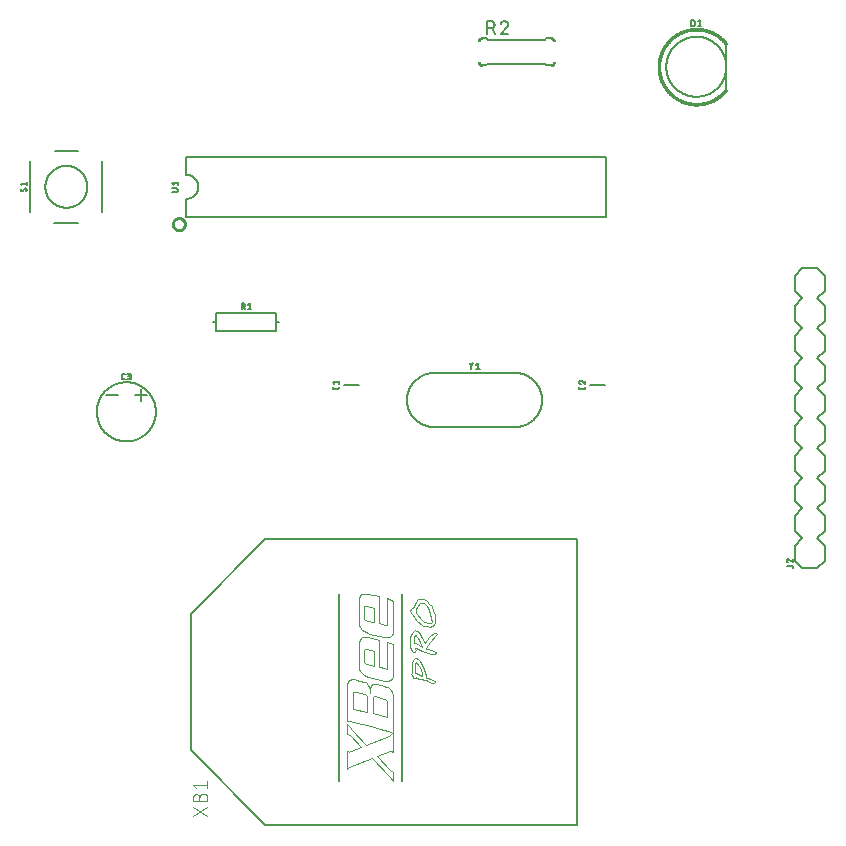
<source format=gbr>
G04 EAGLE Gerber RS-274X export*
G75*
%MOMM*%
%FSLAX34Y34*%
%LPD*%
%INSilkscreen Top*%
%IPPOS*%
%AMOC8*
5,1,8,0,0,1.08239X$1,22.5*%
G01*
%ADD10C,0.203200*%
%ADD11C,0.127000*%
%ADD12C,0.025400*%
%ADD13C,0.152400*%
%ADD14C,0.015238*%
%ADD15C,0.254000*%
%ADD16C,0.101600*%


D10*
X425450Y492600D02*
X438150Y492600D01*
D11*
X421005Y491104D02*
X421005Y490032D01*
X421003Y489967D01*
X420997Y489903D01*
X420987Y489839D01*
X420974Y489775D01*
X420956Y489713D01*
X420935Y489652D01*
X420911Y489592D01*
X420882Y489534D01*
X420850Y489477D01*
X420815Y489423D01*
X420777Y489371D01*
X420735Y489321D01*
X420691Y489274D01*
X420644Y489230D01*
X420594Y489188D01*
X420542Y489150D01*
X420488Y489115D01*
X420431Y489083D01*
X420373Y489054D01*
X420313Y489030D01*
X420252Y489009D01*
X420190Y488991D01*
X420126Y488978D01*
X420062Y488968D01*
X419998Y488962D01*
X419933Y488960D01*
X419933Y488959D02*
X417251Y488959D01*
X417186Y488961D01*
X417122Y488967D01*
X417058Y488977D01*
X416994Y488990D01*
X416932Y489008D01*
X416871Y489029D01*
X416811Y489054D01*
X416752Y489082D01*
X416696Y489114D01*
X416641Y489149D01*
X416589Y489187D01*
X416539Y489229D01*
X416492Y489273D01*
X416448Y489320D01*
X416406Y489370D01*
X416368Y489422D01*
X416333Y489477D01*
X416301Y489533D01*
X416273Y489592D01*
X416248Y489651D01*
X416227Y489713D01*
X416209Y489775D01*
X416196Y489839D01*
X416186Y489903D01*
X416180Y489967D01*
X416178Y490032D01*
X416179Y490032D02*
X416179Y491104D01*
X417251Y493560D02*
X416179Y494900D01*
X421005Y494900D01*
X421005Y493560D02*
X421005Y496241D01*
D10*
X634050Y492600D02*
X646750Y492600D01*
D11*
X629605Y491104D02*
X629605Y490032D01*
X629603Y489967D01*
X629597Y489903D01*
X629587Y489839D01*
X629574Y489775D01*
X629556Y489713D01*
X629535Y489652D01*
X629511Y489592D01*
X629482Y489534D01*
X629450Y489477D01*
X629415Y489423D01*
X629377Y489371D01*
X629335Y489321D01*
X629291Y489274D01*
X629244Y489230D01*
X629194Y489188D01*
X629142Y489150D01*
X629088Y489115D01*
X629031Y489083D01*
X628973Y489054D01*
X628913Y489030D01*
X628852Y489009D01*
X628790Y488991D01*
X628726Y488978D01*
X628662Y488968D01*
X628598Y488962D01*
X628533Y488960D01*
X628533Y488959D02*
X625851Y488959D01*
X625786Y488961D01*
X625722Y488967D01*
X625658Y488977D01*
X625594Y488990D01*
X625532Y489008D01*
X625471Y489029D01*
X625411Y489054D01*
X625352Y489082D01*
X625296Y489114D01*
X625241Y489149D01*
X625189Y489187D01*
X625139Y489229D01*
X625092Y489273D01*
X625048Y489320D01*
X625006Y489370D01*
X624968Y489422D01*
X624933Y489477D01*
X624901Y489533D01*
X624873Y489592D01*
X624848Y489651D01*
X624827Y489713D01*
X624809Y489775D01*
X624796Y489839D01*
X624786Y489903D01*
X624780Y489967D01*
X624778Y490032D01*
X624779Y490032D02*
X624779Y491104D01*
X624779Y495034D02*
X624781Y495102D01*
X624787Y495169D01*
X624796Y495236D01*
X624809Y495303D01*
X624826Y495368D01*
X624847Y495433D01*
X624871Y495496D01*
X624899Y495558D01*
X624930Y495618D01*
X624964Y495676D01*
X625002Y495732D01*
X625042Y495787D01*
X625086Y495838D01*
X625133Y495887D01*
X625182Y495934D01*
X625233Y495978D01*
X625288Y496018D01*
X625344Y496056D01*
X625402Y496090D01*
X625462Y496121D01*
X625524Y496149D01*
X625587Y496173D01*
X625652Y496194D01*
X625717Y496211D01*
X625784Y496224D01*
X625851Y496233D01*
X625918Y496239D01*
X625986Y496241D01*
X624779Y495034D02*
X624781Y494956D01*
X624787Y494878D01*
X624797Y494801D01*
X624810Y494724D01*
X624828Y494648D01*
X624849Y494573D01*
X624874Y494499D01*
X624903Y494427D01*
X624935Y494356D01*
X624971Y494287D01*
X625010Y494219D01*
X625053Y494154D01*
X625099Y494091D01*
X625148Y494030D01*
X625200Y493972D01*
X625255Y493917D01*
X625312Y493864D01*
X625372Y493815D01*
X625435Y493768D01*
X625500Y493725D01*
X625566Y493685D01*
X625635Y493648D01*
X625706Y493615D01*
X625778Y493585D01*
X625852Y493559D01*
X626924Y495839D02*
X626875Y495888D01*
X626823Y495935D01*
X626768Y495978D01*
X626711Y496019D01*
X626652Y496057D01*
X626591Y496091D01*
X626528Y496122D01*
X626464Y496150D01*
X626398Y496174D01*
X626332Y496194D01*
X626264Y496211D01*
X626195Y496224D01*
X626126Y496233D01*
X626056Y496239D01*
X625986Y496241D01*
X626924Y495839D02*
X629605Y493560D01*
X629605Y496241D01*
D10*
X216300Y469900D02*
X216308Y470514D01*
X216330Y471127D01*
X216368Y471739D01*
X216420Y472350D01*
X216488Y472960D01*
X216571Y473568D01*
X216668Y474174D01*
X216780Y474777D01*
X216907Y475378D01*
X217049Y475975D01*
X217206Y476568D01*
X217376Y477157D01*
X217562Y477742D01*
X217761Y478322D01*
X217975Y478897D01*
X218203Y479467D01*
X218445Y480031D01*
X218700Y480589D01*
X218969Y481140D01*
X219252Y481685D01*
X219548Y482222D01*
X219857Y482753D01*
X220179Y483275D01*
X220513Y483789D01*
X220860Y484295D01*
X221220Y484792D01*
X221591Y485281D01*
X221975Y485760D01*
X222370Y486229D01*
X222776Y486689D01*
X223194Y487139D01*
X223622Y487578D01*
X224061Y488006D01*
X224511Y488424D01*
X224971Y488830D01*
X225440Y489225D01*
X225919Y489609D01*
X226408Y489980D01*
X226905Y490340D01*
X227411Y490687D01*
X227925Y491021D01*
X228447Y491343D01*
X228978Y491652D01*
X229515Y491948D01*
X230060Y492231D01*
X230611Y492500D01*
X231169Y492755D01*
X231733Y492997D01*
X232303Y493225D01*
X232878Y493439D01*
X233458Y493638D01*
X234043Y493824D01*
X234632Y493994D01*
X235225Y494151D01*
X235822Y494293D01*
X236423Y494420D01*
X237026Y494532D01*
X237632Y494629D01*
X238240Y494712D01*
X238850Y494780D01*
X239461Y494832D01*
X240073Y494870D01*
X240686Y494892D01*
X241300Y494900D01*
X241914Y494892D01*
X242527Y494870D01*
X243139Y494832D01*
X243750Y494780D01*
X244360Y494712D01*
X244968Y494629D01*
X245574Y494532D01*
X246177Y494420D01*
X246778Y494293D01*
X247375Y494151D01*
X247968Y493994D01*
X248557Y493824D01*
X249142Y493638D01*
X249722Y493439D01*
X250297Y493225D01*
X250867Y492997D01*
X251431Y492755D01*
X251989Y492500D01*
X252540Y492231D01*
X253085Y491948D01*
X253622Y491652D01*
X254153Y491343D01*
X254675Y491021D01*
X255189Y490687D01*
X255695Y490340D01*
X256192Y489980D01*
X256681Y489609D01*
X257160Y489225D01*
X257629Y488830D01*
X258089Y488424D01*
X258539Y488006D01*
X258978Y487578D01*
X259406Y487139D01*
X259824Y486689D01*
X260230Y486229D01*
X260625Y485760D01*
X261009Y485281D01*
X261380Y484792D01*
X261740Y484295D01*
X262087Y483789D01*
X262421Y483275D01*
X262743Y482753D01*
X263052Y482222D01*
X263348Y481685D01*
X263631Y481140D01*
X263900Y480589D01*
X264155Y480031D01*
X264397Y479467D01*
X264625Y478897D01*
X264839Y478322D01*
X265038Y477742D01*
X265224Y477157D01*
X265394Y476568D01*
X265551Y475975D01*
X265693Y475378D01*
X265820Y474777D01*
X265932Y474174D01*
X266029Y473568D01*
X266112Y472960D01*
X266180Y472350D01*
X266232Y471739D01*
X266270Y471127D01*
X266292Y470514D01*
X266300Y469900D01*
X266292Y469286D01*
X266270Y468673D01*
X266232Y468061D01*
X266180Y467450D01*
X266112Y466840D01*
X266029Y466232D01*
X265932Y465626D01*
X265820Y465023D01*
X265693Y464422D01*
X265551Y463825D01*
X265394Y463232D01*
X265224Y462643D01*
X265038Y462058D01*
X264839Y461478D01*
X264625Y460903D01*
X264397Y460333D01*
X264155Y459769D01*
X263900Y459211D01*
X263631Y458660D01*
X263348Y458115D01*
X263052Y457578D01*
X262743Y457047D01*
X262421Y456525D01*
X262087Y456011D01*
X261740Y455505D01*
X261380Y455008D01*
X261009Y454519D01*
X260625Y454040D01*
X260230Y453571D01*
X259824Y453111D01*
X259406Y452661D01*
X258978Y452222D01*
X258539Y451794D01*
X258089Y451376D01*
X257629Y450970D01*
X257160Y450575D01*
X256681Y450191D01*
X256192Y449820D01*
X255695Y449460D01*
X255189Y449113D01*
X254675Y448779D01*
X254153Y448457D01*
X253622Y448148D01*
X253085Y447852D01*
X252540Y447569D01*
X251989Y447300D01*
X251431Y447045D01*
X250867Y446803D01*
X250297Y446575D01*
X249722Y446361D01*
X249142Y446162D01*
X248557Y445976D01*
X247968Y445806D01*
X247375Y445649D01*
X246778Y445507D01*
X246177Y445380D01*
X245574Y445268D01*
X244968Y445171D01*
X244360Y445088D01*
X243750Y445020D01*
X243139Y444968D01*
X242527Y444930D01*
X241914Y444908D01*
X241300Y444900D01*
X240686Y444908D01*
X240073Y444930D01*
X239461Y444968D01*
X238850Y445020D01*
X238240Y445088D01*
X237632Y445171D01*
X237026Y445268D01*
X236423Y445380D01*
X235822Y445507D01*
X235225Y445649D01*
X234632Y445806D01*
X234043Y445976D01*
X233458Y446162D01*
X232878Y446361D01*
X232303Y446575D01*
X231733Y446803D01*
X231169Y447045D01*
X230611Y447300D01*
X230060Y447569D01*
X229515Y447852D01*
X228978Y448148D01*
X228447Y448457D01*
X227925Y448779D01*
X227411Y449113D01*
X226905Y449460D01*
X226408Y449820D01*
X225919Y450191D01*
X225440Y450575D01*
X224971Y450970D01*
X224511Y451376D01*
X224061Y451794D01*
X223622Y452222D01*
X223194Y452661D01*
X222776Y453111D01*
X222370Y453571D01*
X221975Y454040D01*
X221591Y454519D01*
X221220Y455008D01*
X220860Y455505D01*
X220513Y456011D01*
X220179Y456525D01*
X219857Y457047D01*
X219548Y457578D01*
X219252Y458115D01*
X218969Y458660D01*
X218700Y459211D01*
X218445Y459769D01*
X218203Y460333D01*
X217975Y460903D01*
X217761Y461478D01*
X217562Y462058D01*
X217376Y462643D01*
X217206Y463232D01*
X217049Y463825D01*
X216907Y464422D01*
X216780Y465023D01*
X216668Y465626D01*
X216571Y466232D01*
X216488Y466840D01*
X216420Y467450D01*
X216368Y468061D01*
X216330Y468673D01*
X216308Y469286D01*
X216300Y469900D01*
X223720Y483870D02*
X233880Y483870D01*
X248720Y483870D02*
X258880Y483870D01*
X253800Y488950D02*
X253800Y478790D01*
D11*
X239804Y497205D02*
X238732Y497205D01*
X238667Y497207D01*
X238603Y497213D01*
X238539Y497223D01*
X238475Y497236D01*
X238413Y497254D01*
X238352Y497275D01*
X238292Y497299D01*
X238234Y497328D01*
X238177Y497360D01*
X238123Y497395D01*
X238071Y497433D01*
X238021Y497475D01*
X237974Y497519D01*
X237930Y497566D01*
X237888Y497616D01*
X237850Y497668D01*
X237815Y497722D01*
X237783Y497779D01*
X237754Y497837D01*
X237730Y497897D01*
X237709Y497958D01*
X237691Y498020D01*
X237678Y498084D01*
X237668Y498148D01*
X237662Y498212D01*
X237660Y498277D01*
X237659Y498277D02*
X237659Y500959D01*
X237660Y500959D02*
X237662Y501024D01*
X237668Y501088D01*
X237678Y501152D01*
X237691Y501216D01*
X237709Y501278D01*
X237730Y501339D01*
X237754Y501399D01*
X237783Y501457D01*
X237815Y501514D01*
X237850Y501568D01*
X237888Y501620D01*
X237930Y501670D01*
X237974Y501717D01*
X238021Y501761D01*
X238071Y501803D01*
X238123Y501841D01*
X238177Y501876D01*
X238234Y501908D01*
X238292Y501937D01*
X238352Y501961D01*
X238413Y501982D01*
X238475Y502000D01*
X238539Y502013D01*
X238603Y502023D01*
X238667Y502029D01*
X238732Y502031D01*
X239804Y502031D01*
X242260Y497205D02*
X243600Y497205D01*
X243671Y497207D01*
X243743Y497213D01*
X243813Y497222D01*
X243883Y497235D01*
X243953Y497252D01*
X244021Y497273D01*
X244088Y497297D01*
X244154Y497325D01*
X244218Y497356D01*
X244281Y497391D01*
X244341Y497429D01*
X244400Y497470D01*
X244456Y497514D01*
X244510Y497561D01*
X244561Y497610D01*
X244609Y497663D01*
X244655Y497718D01*
X244697Y497775D01*
X244737Y497835D01*
X244773Y497896D01*
X244806Y497960D01*
X244835Y498025D01*
X244861Y498091D01*
X244884Y498159D01*
X244903Y498228D01*
X244918Y498298D01*
X244929Y498368D01*
X244937Y498439D01*
X244941Y498510D01*
X244941Y498582D01*
X244937Y498653D01*
X244929Y498724D01*
X244918Y498794D01*
X244903Y498864D01*
X244884Y498933D01*
X244861Y499001D01*
X244835Y499067D01*
X244806Y499132D01*
X244773Y499196D01*
X244737Y499257D01*
X244697Y499317D01*
X244655Y499374D01*
X244609Y499429D01*
X244561Y499482D01*
X244510Y499531D01*
X244456Y499578D01*
X244400Y499622D01*
X244341Y499663D01*
X244281Y499701D01*
X244218Y499736D01*
X244154Y499767D01*
X244088Y499795D01*
X244021Y499819D01*
X243953Y499840D01*
X243883Y499857D01*
X243813Y499870D01*
X243743Y499879D01*
X243671Y499885D01*
X243600Y499887D01*
X243868Y502031D02*
X242260Y502031D01*
X243868Y502031D02*
X243933Y502029D01*
X243997Y502023D01*
X244061Y502013D01*
X244125Y502000D01*
X244187Y501982D01*
X244248Y501961D01*
X244308Y501937D01*
X244366Y501908D01*
X244423Y501876D01*
X244477Y501841D01*
X244529Y501803D01*
X244579Y501761D01*
X244626Y501717D01*
X244670Y501670D01*
X244712Y501620D01*
X244750Y501568D01*
X244785Y501514D01*
X244817Y501457D01*
X244846Y501399D01*
X244870Y501339D01*
X244891Y501278D01*
X244909Y501216D01*
X244922Y501152D01*
X244932Y501088D01*
X244938Y501024D01*
X244940Y500959D01*
X244938Y500894D01*
X244932Y500830D01*
X244922Y500766D01*
X244909Y500702D01*
X244891Y500640D01*
X244870Y500579D01*
X244846Y500519D01*
X244817Y500461D01*
X244785Y500404D01*
X244750Y500350D01*
X244712Y500298D01*
X244670Y500248D01*
X244626Y500201D01*
X244579Y500157D01*
X244529Y500115D01*
X244477Y500077D01*
X244423Y500042D01*
X244366Y500010D01*
X244308Y499981D01*
X244248Y499957D01*
X244187Y499936D01*
X244125Y499918D01*
X244061Y499905D01*
X243997Y499895D01*
X243933Y499889D01*
X243868Y499887D01*
X243868Y499886D02*
X242796Y499886D01*
D10*
X749300Y742950D02*
X749300Y781050D01*
D12*
X750138Y781837D02*
X748309Y780465D01*
X748309Y780466D02*
X747850Y781057D01*
X747377Y781637D01*
X746890Y782205D01*
X746389Y782761D01*
X745875Y783304D01*
X745348Y783835D01*
X744808Y784353D01*
X744255Y784858D01*
X743690Y785348D01*
X743113Y785825D01*
X742525Y786288D01*
X741926Y786736D01*
X741315Y787169D01*
X740695Y787588D01*
X740064Y787990D01*
X739424Y788378D01*
X738775Y788750D01*
X738116Y789105D01*
X737449Y789445D01*
X736774Y789768D01*
X736091Y790074D01*
X735401Y790364D01*
X734705Y790637D01*
X734001Y790892D01*
X733292Y791130D01*
X732577Y791351D01*
X731857Y791555D01*
X731132Y791740D01*
X730403Y791908D01*
X729669Y792058D01*
X728933Y792190D01*
X728193Y792304D01*
X727451Y792400D01*
X726707Y792478D01*
X725961Y792538D01*
X725214Y792579D01*
X724466Y792602D01*
X723717Y792606D01*
X722969Y792593D01*
X722221Y792561D01*
X721475Y792511D01*
X720730Y792442D01*
X719986Y792356D01*
X719245Y792251D01*
X718507Y792128D01*
X717772Y791987D01*
X717041Y791829D01*
X716314Y791652D01*
X715591Y791458D01*
X714873Y791246D01*
X714161Y791016D01*
X713455Y790769D01*
X712754Y790505D01*
X712061Y790224D01*
X711374Y789927D01*
X710695Y789612D01*
X710024Y789281D01*
X709361Y788934D01*
X708707Y788570D01*
X708062Y788191D01*
X707427Y787796D01*
X706801Y787385D01*
X706185Y786960D01*
X705580Y786519D01*
X704986Y786064D01*
X704404Y785594D01*
X703833Y785110D01*
X703274Y784613D01*
X702727Y784102D01*
X702193Y783578D01*
X701672Y783041D01*
X701164Y782491D01*
X700670Y781929D01*
X700190Y781355D01*
X699724Y780770D01*
X699272Y780173D01*
X698835Y779565D01*
X698413Y778947D01*
X698006Y778319D01*
X697615Y777681D01*
X697240Y777034D01*
X696880Y776378D01*
X696537Y775713D01*
X696210Y775040D01*
X695899Y774359D01*
X695605Y773671D01*
X695329Y772975D01*
X695069Y772274D01*
X694826Y771566D01*
X694601Y770852D01*
X694393Y770133D01*
X694203Y769409D01*
X694031Y768681D01*
X693877Y767949D01*
X693740Y767213D01*
X693622Y766474D01*
X693521Y765732D01*
X693439Y764989D01*
X693375Y764243D01*
X693330Y763496D01*
X693302Y762748D01*
X693293Y762000D01*
X693302Y761252D01*
X693330Y760504D01*
X693375Y759757D01*
X693439Y759011D01*
X693521Y758268D01*
X693622Y757526D01*
X693740Y756787D01*
X693877Y756051D01*
X694031Y755319D01*
X694203Y754591D01*
X694393Y753867D01*
X694601Y753148D01*
X694826Y752434D01*
X695069Y751726D01*
X695329Y751025D01*
X695605Y750329D01*
X695899Y749641D01*
X696210Y748960D01*
X696537Y748287D01*
X696880Y747622D01*
X697240Y746966D01*
X697615Y746319D01*
X698006Y745681D01*
X698413Y745053D01*
X698835Y744435D01*
X699272Y743827D01*
X699724Y743230D01*
X700190Y742645D01*
X700670Y742071D01*
X701164Y741509D01*
X701672Y740959D01*
X702193Y740422D01*
X702727Y739898D01*
X703274Y739387D01*
X703833Y738890D01*
X704404Y738406D01*
X704986Y737936D01*
X705580Y737481D01*
X706185Y737040D01*
X706801Y736615D01*
X707427Y736204D01*
X708062Y735809D01*
X708707Y735430D01*
X709361Y735066D01*
X710024Y734719D01*
X710695Y734388D01*
X711374Y734073D01*
X712061Y733776D01*
X712754Y733495D01*
X713455Y733231D01*
X714161Y732984D01*
X714873Y732754D01*
X715591Y732542D01*
X716314Y732348D01*
X717041Y732171D01*
X717772Y732013D01*
X718507Y731872D01*
X719245Y731749D01*
X719986Y731644D01*
X720730Y731558D01*
X721475Y731489D01*
X722221Y731439D01*
X722969Y731407D01*
X723717Y731394D01*
X724466Y731398D01*
X725214Y731421D01*
X725961Y731462D01*
X726707Y731522D01*
X727451Y731600D01*
X728193Y731696D01*
X728933Y731810D01*
X729669Y731942D01*
X730403Y732092D01*
X731132Y732260D01*
X731857Y732445D01*
X732577Y732649D01*
X733292Y732870D01*
X734001Y733108D01*
X734705Y733363D01*
X735401Y733636D01*
X736091Y733926D01*
X736774Y734232D01*
X737449Y734555D01*
X738116Y734895D01*
X738775Y735250D01*
X739424Y735622D01*
X740064Y736010D01*
X740695Y736412D01*
X741315Y736831D01*
X741926Y737264D01*
X742525Y737712D01*
X743113Y738175D01*
X743690Y738652D01*
X744255Y739142D01*
X744808Y739647D01*
X745348Y740165D01*
X745875Y740696D01*
X746389Y741239D01*
X746890Y741795D01*
X747377Y742363D01*
X747850Y742943D01*
X748309Y743534D01*
X750138Y742163D01*
X749645Y741527D01*
X749137Y740904D01*
X748613Y740293D01*
X748075Y739695D01*
X747523Y739111D01*
X746956Y738540D01*
X746376Y737983D01*
X745782Y737441D01*
X745175Y736913D01*
X744555Y736401D01*
X743923Y735903D01*
X743279Y735421D01*
X742623Y734956D01*
X741956Y734506D01*
X741278Y734073D01*
X740590Y733656D01*
X739892Y733256D01*
X739185Y732874D01*
X738468Y732509D01*
X737743Y732162D01*
X737009Y731832D01*
X736267Y731521D01*
X735518Y731227D01*
X734763Y730952D01*
X734000Y730696D01*
X733232Y730458D01*
X732458Y730240D01*
X731679Y730040D01*
X730895Y729859D01*
X730107Y729698D01*
X729315Y729556D01*
X728520Y729433D01*
X727723Y729330D01*
X726923Y729246D01*
X726121Y729182D01*
X725318Y729138D01*
X724514Y729113D01*
X723710Y729108D01*
X722905Y729122D01*
X722102Y729156D01*
X721299Y729210D01*
X720498Y729283D01*
X719699Y729376D01*
X718903Y729489D01*
X718110Y729621D01*
X717320Y729772D01*
X716534Y729942D01*
X715752Y730132D01*
X714975Y730341D01*
X714204Y730569D01*
X713438Y730815D01*
X712679Y731080D01*
X711926Y731364D01*
X711181Y731666D01*
X710443Y731986D01*
X709713Y732324D01*
X708991Y732680D01*
X708279Y733053D01*
X707576Y733444D01*
X706883Y733851D01*
X706199Y734276D01*
X705527Y734717D01*
X704865Y735174D01*
X704215Y735648D01*
X703577Y736137D01*
X702950Y736641D01*
X702336Y737161D01*
X701736Y737696D01*
X701148Y738245D01*
X700574Y738809D01*
X700014Y739386D01*
X699468Y739977D01*
X698937Y740581D01*
X698421Y741197D01*
X697920Y741827D01*
X697434Y742468D01*
X696964Y743121D01*
X696511Y743785D01*
X696074Y744460D01*
X695653Y745146D01*
X695249Y745841D01*
X694863Y746547D01*
X694494Y747261D01*
X694142Y747985D01*
X693808Y748717D01*
X693493Y749456D01*
X693195Y750204D01*
X692916Y750958D01*
X692655Y751719D01*
X692413Y752486D01*
X692190Y753259D01*
X691986Y754037D01*
X691800Y754819D01*
X691634Y755606D01*
X691488Y756397D01*
X691360Y757191D01*
X691253Y757988D01*
X691164Y758788D01*
X691095Y759589D01*
X691046Y760392D01*
X691017Y761196D01*
X691007Y762000D01*
X691017Y762804D01*
X691046Y763608D01*
X691095Y764411D01*
X691164Y765212D01*
X691253Y766012D01*
X691360Y766809D01*
X691488Y767603D01*
X691634Y768394D01*
X691800Y769181D01*
X691986Y769963D01*
X692190Y770741D01*
X692413Y771514D01*
X692655Y772281D01*
X692916Y773042D01*
X693195Y773796D01*
X693493Y774544D01*
X693808Y775283D01*
X694142Y776015D01*
X694494Y776739D01*
X694863Y777453D01*
X695249Y778159D01*
X695653Y778854D01*
X696074Y779540D01*
X696511Y780215D01*
X696964Y780879D01*
X697434Y781532D01*
X697920Y782173D01*
X698421Y782803D01*
X698937Y783419D01*
X699468Y784023D01*
X700014Y784614D01*
X700574Y785191D01*
X701148Y785755D01*
X701736Y786304D01*
X702336Y786839D01*
X702950Y787359D01*
X703577Y787863D01*
X704215Y788352D01*
X704865Y788826D01*
X705527Y789283D01*
X706199Y789724D01*
X706883Y790149D01*
X707576Y790556D01*
X708279Y790947D01*
X708991Y791320D01*
X709713Y791676D01*
X710443Y792014D01*
X711181Y792334D01*
X711926Y792636D01*
X712679Y792920D01*
X713438Y793185D01*
X714204Y793431D01*
X714975Y793659D01*
X715752Y793868D01*
X716534Y794058D01*
X717320Y794228D01*
X718110Y794379D01*
X718903Y794511D01*
X719699Y794624D01*
X720498Y794717D01*
X721299Y794790D01*
X722102Y794844D01*
X722905Y794878D01*
X723710Y794892D01*
X724514Y794887D01*
X725318Y794862D01*
X726121Y794818D01*
X726923Y794754D01*
X727723Y794670D01*
X728520Y794567D01*
X729315Y794444D01*
X730107Y794302D01*
X730895Y794141D01*
X731679Y793960D01*
X732458Y793760D01*
X733232Y793542D01*
X734000Y793304D01*
X734763Y793048D01*
X735518Y792773D01*
X736267Y792479D01*
X737009Y792168D01*
X737743Y791838D01*
X738468Y791491D01*
X739185Y791126D01*
X739892Y790744D01*
X740590Y790344D01*
X741278Y789927D01*
X741956Y789494D01*
X742623Y789044D01*
X743279Y788579D01*
X743923Y788097D01*
X744555Y787599D01*
X745175Y787087D01*
X745782Y786559D01*
X746376Y786017D01*
X746956Y785460D01*
X747523Y784889D01*
X748075Y784305D01*
X748613Y783707D01*
X749137Y783096D01*
X749645Y782473D01*
X750138Y781837D01*
X749946Y781693D01*
X749457Y782324D01*
X748952Y782943D01*
X748433Y783549D01*
X747898Y784143D01*
X747350Y784723D01*
X746787Y785289D01*
X746211Y785842D01*
X745621Y786380D01*
X745019Y786904D01*
X744403Y787413D01*
X743776Y787907D01*
X743137Y788385D01*
X742486Y788848D01*
X741824Y789294D01*
X741151Y789724D01*
X740468Y790138D01*
X739775Y790534D01*
X739073Y790914D01*
X738361Y791276D01*
X737641Y791621D01*
X736913Y791948D01*
X736176Y792257D01*
X735433Y792548D01*
X734683Y792821D01*
X733926Y793076D01*
X733163Y793312D01*
X732395Y793529D01*
X731621Y793727D01*
X730843Y793906D01*
X730061Y794067D01*
X729275Y794208D01*
X728486Y794329D01*
X727694Y794432D01*
X726900Y794515D01*
X726104Y794579D01*
X725307Y794623D01*
X724509Y794647D01*
X723710Y794652D01*
X722912Y794638D01*
X722114Y794604D01*
X721318Y794551D01*
X720523Y794478D01*
X719730Y794386D01*
X718939Y794274D01*
X718151Y794143D01*
X717367Y793993D01*
X716587Y793824D01*
X715811Y793635D01*
X715040Y793428D01*
X714274Y793202D01*
X713514Y792957D01*
X712760Y792694D01*
X712013Y792412D01*
X711273Y792113D01*
X710540Y791795D01*
X709816Y791459D01*
X709100Y791106D01*
X708393Y790736D01*
X707695Y790348D01*
X707006Y789943D01*
X706328Y789522D01*
X705661Y789084D01*
X705004Y788630D01*
X704358Y788160D01*
X703725Y787674D01*
X703103Y787173D01*
X702494Y786657D01*
X701897Y786127D01*
X701314Y785581D01*
X700744Y785022D01*
X700188Y784449D01*
X699646Y783862D01*
X699119Y783263D01*
X698606Y782651D01*
X698109Y782026D01*
X697627Y781389D01*
X697161Y780741D01*
X696711Y780082D01*
X696277Y779412D01*
X695859Y778731D01*
X695458Y778040D01*
X695075Y777340D01*
X694708Y776631D01*
X694359Y775913D01*
X694028Y775186D01*
X693714Y774452D01*
X693419Y773710D01*
X693142Y772961D01*
X692883Y772206D01*
X692643Y771445D01*
X692421Y770678D01*
X692218Y769905D01*
X692035Y769128D01*
X691870Y768347D01*
X691724Y767562D01*
X691598Y766774D01*
X691491Y765982D01*
X691403Y765189D01*
X691335Y764393D01*
X691286Y763596D01*
X691257Y762798D01*
X691247Y762000D01*
X691257Y761202D01*
X691286Y760404D01*
X691335Y759607D01*
X691403Y758811D01*
X691491Y758018D01*
X691598Y757226D01*
X691724Y756438D01*
X691870Y755653D01*
X692035Y754872D01*
X692218Y754095D01*
X692421Y753322D01*
X692643Y752555D01*
X692883Y751794D01*
X693142Y751039D01*
X693419Y750290D01*
X693714Y749548D01*
X694028Y748814D01*
X694359Y748087D01*
X694708Y747369D01*
X695075Y746660D01*
X695458Y745960D01*
X695859Y745269D01*
X696277Y744588D01*
X696711Y743918D01*
X697161Y743259D01*
X697627Y742611D01*
X698109Y741974D01*
X698606Y741349D01*
X699119Y740737D01*
X699646Y740138D01*
X700188Y739551D01*
X700744Y738978D01*
X701314Y738419D01*
X701897Y737873D01*
X702494Y737343D01*
X703103Y736827D01*
X703725Y736326D01*
X704358Y735840D01*
X705004Y735370D01*
X705661Y734916D01*
X706328Y734478D01*
X707006Y734057D01*
X707695Y733652D01*
X708393Y733264D01*
X709100Y732894D01*
X709816Y732541D01*
X710540Y732205D01*
X711273Y731887D01*
X712013Y731588D01*
X712760Y731306D01*
X713514Y731043D01*
X714274Y730798D01*
X715040Y730572D01*
X715811Y730365D01*
X716587Y730176D01*
X717367Y730007D01*
X718151Y729857D01*
X718939Y729726D01*
X719730Y729614D01*
X720523Y729522D01*
X721318Y729449D01*
X722114Y729396D01*
X722912Y729362D01*
X723710Y729348D01*
X724509Y729353D01*
X725307Y729377D01*
X726104Y729421D01*
X726900Y729485D01*
X727694Y729568D01*
X728486Y729671D01*
X729275Y729792D01*
X730061Y729933D01*
X730843Y730094D01*
X731621Y730273D01*
X732395Y730471D01*
X733163Y730688D01*
X733926Y730924D01*
X734683Y731179D01*
X735433Y731452D01*
X736176Y731743D01*
X736913Y732052D01*
X737641Y732379D01*
X738361Y732724D01*
X739073Y733086D01*
X739775Y733466D01*
X740468Y733862D01*
X741151Y734276D01*
X741824Y734706D01*
X742486Y735152D01*
X743137Y735615D01*
X743776Y736093D01*
X744403Y736587D01*
X745019Y737096D01*
X745621Y737620D01*
X746211Y738158D01*
X746787Y738711D01*
X747350Y739277D01*
X747898Y739857D01*
X748433Y740451D01*
X748952Y741057D01*
X749457Y741676D01*
X749946Y742307D01*
X749754Y742451D01*
X749268Y741824D01*
X748767Y741210D01*
X748252Y740608D01*
X747721Y740019D01*
X747177Y739444D01*
X746618Y738881D01*
X746046Y738333D01*
X745461Y737798D01*
X744863Y737278D01*
X744252Y736773D01*
X743629Y736283D01*
X742995Y735808D01*
X742348Y735349D01*
X741691Y734906D01*
X741024Y734479D01*
X740345Y734069D01*
X739658Y733675D01*
X738960Y733298D01*
X738254Y732939D01*
X737539Y732596D01*
X736816Y732272D01*
X736086Y731965D01*
X735348Y731676D01*
X734603Y731405D01*
X733851Y731152D01*
X733094Y730918D01*
X732332Y730703D01*
X731564Y730506D01*
X730791Y730328D01*
X730015Y730169D01*
X729235Y730029D01*
X728452Y729908D01*
X727666Y729806D01*
X726877Y729724D01*
X726087Y729661D01*
X725296Y729617D01*
X724504Y729593D01*
X723711Y729588D01*
X722919Y729602D01*
X722127Y729636D01*
X721336Y729689D01*
X720547Y729761D01*
X719760Y729853D01*
X718975Y729963D01*
X718193Y730093D01*
X717415Y730242D01*
X716640Y730411D01*
X715870Y730597D01*
X715104Y730803D01*
X714344Y731028D01*
X713590Y731270D01*
X712842Y731532D01*
X712100Y731811D01*
X711365Y732109D01*
X710638Y732424D01*
X709919Y732757D01*
X709208Y733108D01*
X708506Y733476D01*
X707813Y733861D01*
X707130Y734262D01*
X706457Y734681D01*
X705794Y735115D01*
X705142Y735566D01*
X704502Y736033D01*
X703873Y736515D01*
X703255Y737012D01*
X702651Y737524D01*
X702059Y738051D01*
X701480Y738592D01*
X700914Y739147D01*
X700362Y739716D01*
X699824Y740298D01*
X699301Y740894D01*
X698792Y741501D01*
X698298Y742121D01*
X697820Y742753D01*
X697357Y743397D01*
X696910Y744051D01*
X696480Y744716D01*
X696065Y745392D01*
X695667Y746078D01*
X695287Y746773D01*
X694923Y747477D01*
X694576Y748190D01*
X694247Y748911D01*
X693936Y749640D01*
X693643Y750376D01*
X693368Y751119D01*
X693111Y751869D01*
X692872Y752625D01*
X692652Y753386D01*
X692451Y754153D01*
X692269Y754924D01*
X692105Y755700D01*
X691961Y756479D01*
X691835Y757262D01*
X691729Y758047D01*
X691642Y758835D01*
X691574Y759624D01*
X691526Y760415D01*
X691497Y761207D01*
X691487Y762000D01*
X691497Y762793D01*
X691526Y763585D01*
X691574Y764376D01*
X691642Y765165D01*
X691729Y765953D01*
X691835Y766738D01*
X691961Y767521D01*
X692105Y768300D01*
X692269Y769076D01*
X692451Y769847D01*
X692652Y770614D01*
X692872Y771375D01*
X693111Y772131D01*
X693368Y772881D01*
X693643Y773624D01*
X693936Y774360D01*
X694247Y775089D01*
X694576Y775810D01*
X694923Y776523D01*
X695287Y777227D01*
X695667Y777922D01*
X696065Y778608D01*
X696480Y779284D01*
X696910Y779949D01*
X697357Y780603D01*
X697820Y781247D01*
X698298Y781879D01*
X698792Y782499D01*
X699301Y783106D01*
X699824Y783702D01*
X700362Y784284D01*
X700914Y784853D01*
X701480Y785408D01*
X702059Y785949D01*
X702651Y786476D01*
X703255Y786988D01*
X703873Y787485D01*
X704502Y787967D01*
X705142Y788434D01*
X705794Y788885D01*
X706457Y789319D01*
X707130Y789738D01*
X707813Y790139D01*
X708506Y790524D01*
X709208Y790892D01*
X709919Y791243D01*
X710638Y791576D01*
X711365Y791891D01*
X712100Y792189D01*
X712842Y792468D01*
X713590Y792730D01*
X714344Y792972D01*
X715104Y793197D01*
X715870Y793403D01*
X716640Y793589D01*
X717415Y793758D01*
X718193Y793907D01*
X718975Y794037D01*
X719760Y794147D01*
X720547Y794239D01*
X721336Y794311D01*
X722127Y794364D01*
X722919Y794398D01*
X723711Y794412D01*
X724504Y794407D01*
X725296Y794383D01*
X726087Y794339D01*
X726877Y794276D01*
X727666Y794194D01*
X728452Y794092D01*
X729235Y793971D01*
X730015Y793831D01*
X730791Y793672D01*
X731564Y793494D01*
X732332Y793297D01*
X733094Y793082D01*
X733851Y792848D01*
X734603Y792595D01*
X735348Y792324D01*
X736086Y792035D01*
X736816Y791728D01*
X737539Y791404D01*
X738254Y791061D01*
X738960Y790702D01*
X739658Y790325D01*
X740345Y789931D01*
X741024Y789521D01*
X741691Y789094D01*
X742348Y788651D01*
X742995Y788192D01*
X743629Y787717D01*
X744252Y787227D01*
X744863Y786722D01*
X745461Y786202D01*
X746046Y785667D01*
X746618Y785119D01*
X747177Y784556D01*
X747721Y783981D01*
X748252Y783392D01*
X748767Y782790D01*
X749268Y782176D01*
X749754Y781549D01*
X749562Y781405D01*
X749080Y782027D01*
X748583Y782637D01*
X748071Y783234D01*
X747544Y783818D01*
X747004Y784390D01*
X746449Y784948D01*
X745882Y785493D01*
X745301Y786023D01*
X744707Y786539D01*
X744101Y787041D01*
X743482Y787527D01*
X742852Y787998D01*
X742211Y788454D01*
X741559Y788894D01*
X740896Y789317D01*
X740223Y789725D01*
X739540Y790116D01*
X738848Y790490D01*
X738147Y790846D01*
X737438Y791186D01*
X736720Y791508D01*
X735995Y791813D01*
X735262Y792100D01*
X734523Y792369D01*
X733777Y792619D01*
X733025Y792852D01*
X732268Y793066D01*
X731506Y793261D01*
X730740Y793438D01*
X729969Y793595D01*
X729195Y793734D01*
X728417Y793854D01*
X727637Y793955D01*
X726855Y794037D01*
X726070Y794100D01*
X725285Y794143D01*
X724499Y794167D01*
X723712Y794172D01*
X722925Y794158D01*
X722139Y794125D01*
X721355Y794072D01*
X720571Y794000D01*
X719790Y793909D01*
X719011Y793799D01*
X718235Y793670D01*
X717462Y793522D01*
X716693Y793355D01*
X715929Y793170D01*
X715169Y792966D01*
X714415Y792743D01*
X713666Y792502D01*
X712923Y792243D01*
X712187Y791965D01*
X711458Y791670D01*
X710736Y791357D01*
X710022Y791026D01*
X709317Y790678D01*
X708620Y790313D01*
X707932Y789931D01*
X707254Y789532D01*
X706586Y789117D01*
X705928Y788685D01*
X705281Y788238D01*
X704645Y787775D01*
X704021Y787296D01*
X703408Y786803D01*
X702808Y786294D01*
X702220Y785771D01*
X701645Y785234D01*
X701084Y784683D01*
X700536Y784119D01*
X700002Y783541D01*
X699483Y782950D01*
X698978Y782347D01*
X698488Y781731D01*
X698013Y781104D01*
X697554Y780465D01*
X697110Y779816D01*
X696682Y779155D01*
X696271Y778485D01*
X695876Y777804D01*
X695498Y777114D01*
X695137Y776415D01*
X694793Y775708D01*
X694467Y774992D01*
X694158Y774269D01*
X693867Y773538D01*
X693594Y772800D01*
X693339Y772056D01*
X693102Y771306D01*
X692884Y770550D01*
X692684Y769789D01*
X692503Y769023D01*
X692341Y768254D01*
X692197Y767480D01*
X692073Y766703D01*
X691967Y765924D01*
X691881Y765142D01*
X691814Y764358D01*
X691765Y763573D01*
X691737Y762787D01*
X691727Y762000D01*
X691737Y761213D01*
X691765Y760427D01*
X691814Y759642D01*
X691881Y758858D01*
X691967Y758076D01*
X692073Y757297D01*
X692197Y756520D01*
X692341Y755746D01*
X692503Y754977D01*
X692684Y754211D01*
X692884Y753450D01*
X693102Y752694D01*
X693339Y751944D01*
X693594Y751200D01*
X693867Y750462D01*
X694158Y749731D01*
X694467Y749008D01*
X694793Y748292D01*
X695137Y747585D01*
X695498Y746886D01*
X695876Y746196D01*
X696271Y745515D01*
X696682Y744845D01*
X697110Y744184D01*
X697554Y743535D01*
X698013Y742896D01*
X698488Y742269D01*
X698978Y741653D01*
X699483Y741050D01*
X700002Y740459D01*
X700536Y739881D01*
X701084Y739317D01*
X701645Y738766D01*
X702220Y738229D01*
X702808Y737706D01*
X703408Y737197D01*
X704021Y736704D01*
X704645Y736225D01*
X705281Y735762D01*
X705928Y735315D01*
X706586Y734883D01*
X707254Y734468D01*
X707932Y734069D01*
X708620Y733687D01*
X709317Y733322D01*
X710022Y732974D01*
X710736Y732643D01*
X711458Y732330D01*
X712187Y732035D01*
X712923Y731757D01*
X713666Y731498D01*
X714415Y731257D01*
X715169Y731034D01*
X715929Y730830D01*
X716693Y730645D01*
X717462Y730478D01*
X718235Y730330D01*
X719011Y730201D01*
X719790Y730091D01*
X720571Y730000D01*
X721355Y729928D01*
X722139Y729875D01*
X722925Y729842D01*
X723712Y729828D01*
X724499Y729833D01*
X725285Y729857D01*
X726070Y729900D01*
X726855Y729963D01*
X727637Y730045D01*
X728417Y730146D01*
X729195Y730266D01*
X729969Y730405D01*
X730740Y730562D01*
X731506Y730739D01*
X732268Y730934D01*
X733025Y731148D01*
X733777Y731381D01*
X734523Y731631D01*
X735262Y731900D01*
X735995Y732187D01*
X736720Y732492D01*
X737438Y732814D01*
X738147Y733154D01*
X738848Y733510D01*
X739540Y733884D01*
X740223Y734275D01*
X740896Y734683D01*
X741559Y735106D01*
X742211Y735546D01*
X742852Y736002D01*
X743482Y736473D01*
X744101Y736959D01*
X744707Y737461D01*
X745301Y737977D01*
X745882Y738507D01*
X746449Y739052D01*
X747004Y739610D01*
X747544Y740182D01*
X748071Y740766D01*
X748583Y741363D01*
X749080Y741973D01*
X749562Y742595D01*
X749370Y742739D01*
X748891Y742122D01*
X748398Y741517D01*
X747890Y740924D01*
X747367Y740344D01*
X746831Y739776D01*
X746281Y739222D01*
X745717Y738682D01*
X745140Y738155D01*
X744551Y737643D01*
X743949Y737146D01*
X743336Y736663D01*
X742710Y736195D01*
X742074Y735743D01*
X741426Y735307D01*
X740769Y734886D01*
X740101Y734482D01*
X739423Y734094D01*
X738736Y733723D01*
X738040Y733368D01*
X737336Y733031D01*
X736624Y732711D01*
X735904Y732409D01*
X735177Y732124D01*
X734443Y731858D01*
X733703Y731609D01*
X732957Y731378D01*
X732205Y731166D01*
X731449Y730972D01*
X730688Y730797D01*
X729923Y730640D01*
X729155Y730502D01*
X728383Y730383D01*
X727609Y730283D01*
X726832Y730202D01*
X726054Y730140D01*
X725274Y730097D01*
X724494Y730073D01*
X723713Y730068D01*
X722932Y730082D01*
X722152Y730115D01*
X721373Y730167D01*
X720595Y730238D01*
X719820Y730329D01*
X719047Y730438D01*
X718276Y730566D01*
X717510Y730713D01*
X716747Y730879D01*
X715988Y731063D01*
X715234Y731265D01*
X714485Y731487D01*
X713742Y731726D01*
X713005Y731983D01*
X712274Y732259D01*
X711550Y732552D01*
X710834Y732863D01*
X710125Y733191D01*
X709425Y733536D01*
X708734Y733899D01*
X708051Y734278D01*
X707378Y734674D01*
X706715Y735086D01*
X706062Y735514D01*
X705420Y735958D01*
X704788Y736418D01*
X704169Y736892D01*
X703561Y737382D01*
X702965Y737887D01*
X702382Y738406D01*
X701811Y738939D01*
X701254Y739486D01*
X700710Y740047D01*
X700180Y740620D01*
X699665Y741207D01*
X699164Y741805D01*
X698677Y742416D01*
X698206Y743039D01*
X697750Y743673D01*
X697310Y744317D01*
X696885Y744973D01*
X696477Y745638D01*
X696085Y746314D01*
X695710Y746999D01*
X695352Y747692D01*
X695010Y748394D01*
X694686Y749105D01*
X694380Y749823D01*
X694091Y750548D01*
X693820Y751281D01*
X693567Y752019D01*
X693332Y752764D01*
X693115Y753514D01*
X692917Y754269D01*
X692737Y755029D01*
X692576Y755793D01*
X692434Y756561D01*
X692310Y757332D01*
X692205Y758106D01*
X692120Y758882D01*
X692053Y759660D01*
X692005Y760439D01*
X691977Y761219D01*
X691967Y762000D01*
X691977Y762781D01*
X692005Y763561D01*
X692053Y764340D01*
X692120Y765118D01*
X692205Y765894D01*
X692310Y766668D01*
X692434Y767439D01*
X692576Y768207D01*
X692737Y768971D01*
X692917Y769731D01*
X693115Y770486D01*
X693332Y771236D01*
X693567Y771981D01*
X693820Y772719D01*
X694091Y773452D01*
X694380Y774177D01*
X694686Y774895D01*
X695010Y775606D01*
X695352Y776308D01*
X695710Y777001D01*
X696085Y777686D01*
X696477Y778362D01*
X696885Y779027D01*
X697310Y779683D01*
X697750Y780327D01*
X698206Y780961D01*
X698677Y781584D01*
X699164Y782195D01*
X699665Y782793D01*
X700180Y783380D01*
X700710Y783953D01*
X701254Y784514D01*
X701811Y785061D01*
X702382Y785594D01*
X702965Y786113D01*
X703561Y786618D01*
X704169Y787108D01*
X704788Y787582D01*
X705420Y788042D01*
X706062Y788486D01*
X706715Y788914D01*
X707378Y789326D01*
X708051Y789722D01*
X708734Y790101D01*
X709425Y790464D01*
X710125Y790809D01*
X710834Y791137D01*
X711550Y791448D01*
X712274Y791741D01*
X713005Y792017D01*
X713742Y792274D01*
X714485Y792513D01*
X715234Y792735D01*
X715988Y792937D01*
X716747Y793121D01*
X717510Y793287D01*
X718276Y793434D01*
X719047Y793562D01*
X719820Y793671D01*
X720595Y793762D01*
X721373Y793833D01*
X722152Y793885D01*
X722932Y793918D01*
X723713Y793932D01*
X724494Y793927D01*
X725274Y793903D01*
X726054Y793860D01*
X726832Y793798D01*
X727609Y793717D01*
X728383Y793617D01*
X729155Y793498D01*
X729923Y793360D01*
X730688Y793203D01*
X731449Y793028D01*
X732205Y792834D01*
X732957Y792622D01*
X733703Y792391D01*
X734443Y792142D01*
X735177Y791876D01*
X735904Y791591D01*
X736624Y791289D01*
X737336Y790969D01*
X738040Y790632D01*
X738736Y790277D01*
X739423Y789906D01*
X740101Y789518D01*
X740769Y789114D01*
X741426Y788693D01*
X742074Y788257D01*
X742710Y787805D01*
X743336Y787337D01*
X743949Y786854D01*
X744551Y786357D01*
X745140Y785845D01*
X745717Y785318D01*
X746281Y784778D01*
X746831Y784224D01*
X747367Y783656D01*
X747890Y783076D01*
X748398Y782483D01*
X748891Y781878D01*
X749370Y781261D01*
X749178Y781117D01*
X748703Y781730D01*
X748213Y782330D01*
X747709Y782918D01*
X747190Y783494D01*
X746658Y784057D01*
X746112Y784607D01*
X745552Y785143D01*
X744980Y785666D01*
X744395Y786174D01*
X743798Y786668D01*
X743189Y787147D01*
X742568Y787611D01*
X741937Y788060D01*
X741294Y788493D01*
X740641Y788911D01*
X739978Y789312D01*
X739306Y789697D01*
X738624Y790065D01*
X737933Y790417D01*
X737234Y790751D01*
X736527Y791069D01*
X735813Y791369D01*
X735091Y791651D01*
X734363Y791916D01*
X733628Y792163D01*
X732888Y792392D01*
X732142Y792602D01*
X731392Y792795D01*
X730636Y792969D01*
X729877Y793124D01*
X729114Y793261D01*
X728349Y793379D01*
X727580Y793479D01*
X726809Y793559D01*
X726037Y793621D01*
X725263Y793664D01*
X724489Y793688D01*
X723714Y793692D01*
X722939Y793678D01*
X722165Y793645D01*
X721391Y793594D01*
X720620Y793523D01*
X719850Y793433D01*
X719083Y793325D01*
X718318Y793198D01*
X717557Y793052D01*
X716800Y792887D01*
X716047Y792705D01*
X715298Y792503D01*
X714555Y792284D01*
X713818Y792046D01*
X713086Y791791D01*
X712361Y791518D01*
X711643Y791227D01*
X710932Y790918D01*
X710229Y790593D01*
X709534Y790250D01*
X708847Y789890D01*
X708170Y789514D01*
X707502Y789121D01*
X706844Y788712D01*
X706196Y788287D01*
X705558Y787846D01*
X704932Y787390D01*
X704317Y786919D01*
X703713Y786432D01*
X703122Y785932D01*
X702543Y785416D01*
X701977Y784887D01*
X701424Y784344D01*
X700884Y783788D01*
X700358Y783219D01*
X699847Y782637D01*
X699349Y782043D01*
X698867Y781436D01*
X698399Y780819D01*
X697946Y780190D01*
X697509Y779550D01*
X697088Y778899D01*
X696683Y778238D01*
X696294Y777568D01*
X695922Y776889D01*
X695566Y776200D01*
X695227Y775503D01*
X694906Y774798D01*
X694602Y774085D01*
X694315Y773365D01*
X694046Y772639D01*
X693795Y771906D01*
X693562Y771167D01*
X693347Y770422D01*
X693150Y769673D01*
X692971Y768918D01*
X692811Y768160D01*
X692670Y767398D01*
X692547Y766633D01*
X692444Y765865D01*
X692358Y765095D01*
X692292Y764323D01*
X692245Y763549D01*
X692216Y762775D01*
X692207Y762000D01*
X692216Y761225D01*
X692245Y760451D01*
X692292Y759677D01*
X692358Y758905D01*
X692444Y758135D01*
X692547Y757367D01*
X692670Y756602D01*
X692811Y755840D01*
X692971Y755082D01*
X693150Y754327D01*
X693347Y753578D01*
X693562Y752833D01*
X693795Y752094D01*
X694046Y751361D01*
X694315Y750635D01*
X694602Y749915D01*
X694906Y749202D01*
X695227Y748497D01*
X695566Y747800D01*
X695922Y747111D01*
X696294Y746432D01*
X696683Y745762D01*
X697088Y745101D01*
X697509Y744450D01*
X697946Y743810D01*
X698399Y743181D01*
X698867Y742564D01*
X699349Y741957D01*
X699847Y741363D01*
X700358Y740781D01*
X700884Y740212D01*
X701424Y739656D01*
X701977Y739113D01*
X702543Y738584D01*
X703122Y738068D01*
X703713Y737568D01*
X704317Y737081D01*
X704932Y736610D01*
X705558Y736154D01*
X706196Y735713D01*
X706844Y735288D01*
X707502Y734879D01*
X708170Y734486D01*
X708847Y734110D01*
X709534Y733750D01*
X710229Y733407D01*
X710932Y733082D01*
X711643Y732773D01*
X712361Y732482D01*
X713086Y732209D01*
X713818Y731954D01*
X714555Y731716D01*
X715298Y731497D01*
X716047Y731295D01*
X716800Y731113D01*
X717557Y730948D01*
X718318Y730802D01*
X719083Y730675D01*
X719850Y730567D01*
X720620Y730477D01*
X721391Y730406D01*
X722165Y730355D01*
X722939Y730322D01*
X723714Y730308D01*
X724489Y730312D01*
X725263Y730336D01*
X726037Y730379D01*
X726809Y730441D01*
X727580Y730521D01*
X728349Y730621D01*
X729114Y730739D01*
X729877Y730876D01*
X730636Y731031D01*
X731392Y731205D01*
X732142Y731398D01*
X732888Y731608D01*
X733628Y731837D01*
X734363Y732084D01*
X735091Y732349D01*
X735813Y732631D01*
X736527Y732931D01*
X737234Y733249D01*
X737933Y733583D01*
X738624Y733935D01*
X739306Y734303D01*
X739978Y734688D01*
X740641Y735089D01*
X741294Y735507D01*
X741937Y735940D01*
X742568Y736389D01*
X743189Y736853D01*
X743798Y737332D01*
X744395Y737826D01*
X744980Y738334D01*
X745552Y738857D01*
X746112Y739393D01*
X746658Y739943D01*
X747190Y740506D01*
X747709Y741082D01*
X748213Y741670D01*
X748703Y742270D01*
X749178Y742883D01*
X748986Y743027D01*
X748515Y742419D01*
X748029Y741823D01*
X747528Y741239D01*
X747013Y740668D01*
X746485Y740109D01*
X745943Y739563D01*
X745388Y739031D01*
X744820Y738513D01*
X744239Y738008D01*
X743647Y737518D01*
X743042Y737043D01*
X742426Y736582D01*
X741799Y736137D01*
X741162Y735707D01*
X740514Y735293D01*
X739856Y734895D01*
X739188Y734513D01*
X738512Y734147D01*
X737826Y733798D01*
X737133Y733466D01*
X736431Y733151D01*
X735722Y732853D01*
X735006Y732573D01*
X734283Y732310D01*
X733554Y732065D01*
X732819Y731838D01*
X732079Y731629D01*
X731334Y731438D01*
X730585Y731266D01*
X729831Y731111D01*
X729074Y730976D01*
X728314Y730858D01*
X727552Y730760D01*
X726787Y730680D01*
X726020Y730619D01*
X725252Y730576D01*
X724483Y730552D01*
X723714Y730548D01*
X722946Y730561D01*
X722177Y730594D01*
X721410Y730646D01*
X720644Y730716D01*
X719880Y730805D01*
X719119Y730913D01*
X718360Y731039D01*
X717605Y731183D01*
X716853Y731347D01*
X716106Y731528D01*
X715363Y731728D01*
X714626Y731945D01*
X713893Y732181D01*
X713167Y732435D01*
X712448Y732706D01*
X711735Y732995D01*
X711029Y733301D01*
X710332Y733624D01*
X709642Y733964D01*
X708961Y734321D01*
X708289Y734695D01*
X707626Y735085D01*
X706972Y735491D01*
X706329Y735912D01*
X705697Y736350D01*
X705075Y736803D01*
X704465Y737270D01*
X703866Y737753D01*
X703279Y738250D01*
X702705Y738761D01*
X702143Y739286D01*
X701594Y739825D01*
X701058Y740377D01*
X700537Y740942D01*
X700029Y741519D01*
X699535Y742109D01*
X699056Y742711D01*
X698592Y743324D01*
X698143Y743948D01*
X697709Y744584D01*
X697291Y745229D01*
X696889Y745885D01*
X696503Y746550D01*
X696134Y747224D01*
X695781Y747908D01*
X695445Y748599D01*
X695125Y749299D01*
X694823Y750006D01*
X694539Y750721D01*
X694272Y751442D01*
X694023Y752170D01*
X693791Y752903D01*
X693578Y753642D01*
X693383Y754386D01*
X693206Y755134D01*
X693047Y755887D01*
X692907Y756643D01*
X692785Y757402D01*
X692682Y758164D01*
X692597Y758929D01*
X692532Y759695D01*
X692485Y760462D01*
X692456Y761231D01*
X692447Y762000D01*
X692456Y762769D01*
X692485Y763538D01*
X692532Y764305D01*
X692597Y765071D01*
X692682Y765836D01*
X692785Y766598D01*
X692907Y767357D01*
X693047Y768113D01*
X693206Y768866D01*
X693383Y769614D01*
X693578Y770358D01*
X693791Y771097D01*
X694023Y771830D01*
X694272Y772558D01*
X694539Y773279D01*
X694823Y773994D01*
X695125Y774701D01*
X695445Y775401D01*
X695781Y776092D01*
X696134Y776776D01*
X696503Y777450D01*
X696889Y778115D01*
X697291Y778771D01*
X697709Y779416D01*
X698143Y780052D01*
X698592Y780676D01*
X699056Y781289D01*
X699535Y781891D01*
X700029Y782481D01*
X700537Y783058D01*
X701058Y783623D01*
X701594Y784175D01*
X702143Y784714D01*
X702705Y785239D01*
X703279Y785750D01*
X703866Y786247D01*
X704465Y786730D01*
X705075Y787197D01*
X705697Y787650D01*
X706329Y788088D01*
X706972Y788509D01*
X707626Y788915D01*
X708289Y789305D01*
X708961Y789679D01*
X709642Y790036D01*
X710332Y790376D01*
X711029Y790699D01*
X711735Y791005D01*
X712448Y791294D01*
X713167Y791565D01*
X713893Y791819D01*
X714626Y792055D01*
X715363Y792272D01*
X716106Y792472D01*
X716853Y792653D01*
X717605Y792817D01*
X718360Y792961D01*
X719119Y793087D01*
X719880Y793195D01*
X720644Y793284D01*
X721410Y793354D01*
X722177Y793406D01*
X722946Y793439D01*
X723714Y793452D01*
X724483Y793448D01*
X725252Y793424D01*
X726020Y793381D01*
X726787Y793320D01*
X727552Y793240D01*
X728314Y793142D01*
X729074Y793024D01*
X729831Y792889D01*
X730585Y792734D01*
X731334Y792562D01*
X732079Y792371D01*
X732819Y792162D01*
X733554Y791935D01*
X734283Y791690D01*
X735006Y791427D01*
X735722Y791147D01*
X736431Y790849D01*
X737133Y790534D01*
X737826Y790202D01*
X738512Y789853D01*
X739188Y789487D01*
X739856Y789105D01*
X740514Y788707D01*
X741162Y788293D01*
X741799Y787863D01*
X742426Y787418D01*
X743042Y786957D01*
X743647Y786482D01*
X744239Y785992D01*
X744820Y785487D01*
X745388Y784969D01*
X745943Y784437D01*
X746485Y783891D01*
X747013Y783332D01*
X747528Y782761D01*
X748029Y782177D01*
X748515Y781581D01*
X748986Y780973D01*
X748794Y780829D01*
X748326Y781432D01*
X747844Y782024D01*
X747347Y782603D01*
X746836Y783170D01*
X746312Y783725D01*
X745774Y784266D01*
X745223Y784794D01*
X744660Y785309D01*
X744083Y785809D01*
X743495Y786296D01*
X742895Y786767D01*
X742284Y787224D01*
X741662Y787666D01*
X741029Y788093D01*
X740386Y788504D01*
X739733Y788899D01*
X739071Y789278D01*
X738399Y789641D01*
X737719Y789987D01*
X737031Y790317D01*
X736335Y790629D01*
X735631Y790925D01*
X734920Y791203D01*
X734203Y791464D01*
X733480Y791707D01*
X732750Y791932D01*
X732016Y792139D01*
X731277Y792329D01*
X730533Y792500D01*
X729785Y792653D01*
X729034Y792788D01*
X728280Y792904D01*
X727523Y793002D01*
X726764Y793081D01*
X726003Y793142D01*
X725241Y793184D01*
X724478Y793208D01*
X723715Y793212D01*
X722952Y793199D01*
X722190Y793166D01*
X721428Y793115D01*
X720668Y793045D01*
X719910Y792957D01*
X719155Y792850D01*
X718402Y792725D01*
X717652Y792581D01*
X716906Y792419D01*
X716165Y792239D01*
X715428Y792041D01*
X714696Y791825D01*
X713969Y791591D01*
X713249Y791339D01*
X712535Y791070D01*
X711827Y790784D01*
X711127Y790480D01*
X710435Y790159D01*
X709750Y789822D01*
X709074Y789467D01*
X708407Y789097D01*
X707749Y788710D01*
X707101Y788307D01*
X706463Y787888D01*
X705835Y787454D01*
X705218Y787005D01*
X704613Y786541D01*
X704018Y786062D01*
X703436Y785569D01*
X702866Y785061D01*
X702308Y784540D01*
X701764Y784006D01*
X701232Y783458D01*
X700715Y782897D01*
X700211Y782324D01*
X699721Y781739D01*
X699245Y781142D01*
X698785Y780533D01*
X698339Y779914D01*
X697909Y779283D01*
X697494Y778643D01*
X697095Y777992D01*
X696712Y777332D01*
X696345Y776663D01*
X695995Y775985D01*
X695662Y775298D01*
X695345Y774604D01*
X695045Y773902D01*
X694763Y773193D01*
X694498Y772477D01*
X694251Y771755D01*
X694021Y771027D01*
X693809Y770294D01*
X693615Y769556D01*
X693440Y768813D01*
X693282Y768067D01*
X693143Y767316D01*
X693022Y766563D01*
X692920Y765806D01*
X692836Y765048D01*
X692771Y764288D01*
X692724Y763526D01*
X692696Y762763D01*
X692687Y762000D01*
X692696Y761237D01*
X692724Y760474D01*
X692771Y759712D01*
X692836Y758952D01*
X692920Y758194D01*
X693022Y757437D01*
X693143Y756684D01*
X693282Y755933D01*
X693440Y755187D01*
X693615Y754444D01*
X693809Y753706D01*
X694021Y752973D01*
X694251Y752245D01*
X694498Y751523D01*
X694763Y750807D01*
X695045Y750098D01*
X695345Y749396D01*
X695662Y748702D01*
X695995Y748015D01*
X696345Y747337D01*
X696712Y746668D01*
X697095Y746008D01*
X697494Y745357D01*
X697909Y744717D01*
X698339Y744086D01*
X698785Y743467D01*
X699245Y742858D01*
X699721Y742261D01*
X700211Y741676D01*
X700715Y741103D01*
X701232Y740542D01*
X701764Y739994D01*
X702308Y739460D01*
X702866Y738939D01*
X703436Y738431D01*
X704018Y737938D01*
X704613Y737459D01*
X705218Y736995D01*
X705835Y736546D01*
X706463Y736112D01*
X707101Y735693D01*
X707749Y735290D01*
X708407Y734903D01*
X709074Y734533D01*
X709750Y734178D01*
X710435Y733841D01*
X711127Y733520D01*
X711827Y733216D01*
X712535Y732930D01*
X713249Y732661D01*
X713969Y732409D01*
X714696Y732175D01*
X715428Y731959D01*
X716165Y731761D01*
X716906Y731581D01*
X717652Y731419D01*
X718402Y731275D01*
X719155Y731150D01*
X719910Y731043D01*
X720668Y730955D01*
X721428Y730885D01*
X722190Y730834D01*
X722952Y730801D01*
X723715Y730788D01*
X724478Y730792D01*
X725241Y730816D01*
X726003Y730858D01*
X726764Y730919D01*
X727523Y730998D01*
X728280Y731096D01*
X729034Y731212D01*
X729785Y731347D01*
X730533Y731500D01*
X731277Y731671D01*
X732016Y731861D01*
X732750Y732068D01*
X733480Y732293D01*
X734203Y732536D01*
X734920Y732797D01*
X735631Y733075D01*
X736335Y733371D01*
X737031Y733683D01*
X737719Y734013D01*
X738399Y734359D01*
X739071Y734722D01*
X739733Y735101D01*
X740386Y735496D01*
X741029Y735907D01*
X741662Y736334D01*
X742284Y736776D01*
X742895Y737233D01*
X743495Y737704D01*
X744083Y738191D01*
X744660Y738691D01*
X745223Y739206D01*
X745774Y739734D01*
X746312Y740275D01*
X746836Y740830D01*
X747347Y741397D01*
X747844Y741976D01*
X748326Y742568D01*
X748794Y743171D01*
X748602Y743315D01*
X748138Y742716D01*
X747659Y742130D01*
X747166Y741555D01*
X746659Y740992D01*
X746139Y740442D01*
X745605Y739905D01*
X745059Y739380D01*
X744499Y738870D01*
X743928Y738373D01*
X743344Y737891D01*
X742749Y737423D01*
X742142Y736969D01*
X741525Y736531D01*
X740897Y736107D01*
X740259Y735699D01*
X739611Y735307D01*
X738953Y734931D01*
X738287Y734571D01*
X737612Y734228D01*
X736929Y733901D01*
X736238Y733591D01*
X735540Y733297D01*
X734835Y733021D01*
X734123Y732763D01*
X733405Y732522D01*
X732682Y732298D01*
X731953Y732092D01*
X731219Y731904D01*
X730481Y731734D01*
X729739Y731582D01*
X728994Y731449D01*
X728246Y731333D01*
X727495Y731236D01*
X726741Y731158D01*
X725986Y731097D01*
X725230Y731056D01*
X724473Y731032D01*
X723716Y731028D01*
X722959Y731041D01*
X722202Y731074D01*
X721447Y731124D01*
X720693Y731194D01*
X719940Y731281D01*
X719190Y731387D01*
X718443Y731511D01*
X717700Y731654D01*
X716960Y731815D01*
X716224Y731993D01*
X715492Y732190D01*
X714766Y732404D01*
X714045Y732637D01*
X713330Y732886D01*
X712622Y733153D01*
X711920Y733438D01*
X711225Y733739D01*
X710538Y734058D01*
X709859Y734393D01*
X709188Y734744D01*
X708526Y735112D01*
X707873Y735496D01*
X707230Y735896D01*
X706597Y736311D01*
X705974Y736742D01*
X705362Y737187D01*
X704761Y737648D01*
X704171Y738123D01*
X703593Y738613D01*
X703027Y739116D01*
X702474Y739633D01*
X701934Y740164D01*
X701407Y740707D01*
X700893Y741264D01*
X700393Y741832D01*
X699907Y742413D01*
X699435Y743006D01*
X698978Y743609D01*
X698536Y744224D01*
X698109Y744850D01*
X697697Y745485D01*
X697301Y746131D01*
X696921Y746786D01*
X696557Y747450D01*
X696210Y748123D01*
X695879Y748804D01*
X695564Y749493D01*
X695267Y750190D01*
X694987Y750893D01*
X694724Y751603D01*
X694479Y752320D01*
X694251Y753042D01*
X694041Y753770D01*
X693848Y754502D01*
X693674Y755239D01*
X693518Y755980D01*
X693380Y756725D01*
X693260Y757472D01*
X693158Y758223D01*
X693075Y758976D01*
X693010Y759730D01*
X692964Y760486D01*
X692936Y761243D01*
X692927Y762000D01*
X692936Y762757D01*
X692964Y763514D01*
X693010Y764270D01*
X693075Y765024D01*
X693158Y765777D01*
X693260Y766528D01*
X693380Y767275D01*
X693518Y768020D01*
X693674Y768761D01*
X693848Y769498D01*
X694041Y770230D01*
X694251Y770958D01*
X694479Y771680D01*
X694724Y772397D01*
X694987Y773107D01*
X695267Y773810D01*
X695564Y774507D01*
X695879Y775196D01*
X696210Y775877D01*
X696557Y776550D01*
X696921Y777214D01*
X697301Y777869D01*
X697697Y778515D01*
X698109Y779150D01*
X698536Y779776D01*
X698978Y780391D01*
X699435Y780994D01*
X699907Y781587D01*
X700393Y782168D01*
X700893Y782736D01*
X701407Y783293D01*
X701934Y783836D01*
X702474Y784367D01*
X703027Y784884D01*
X703593Y785387D01*
X704171Y785877D01*
X704761Y786352D01*
X705362Y786813D01*
X705974Y787258D01*
X706597Y787689D01*
X707230Y788104D01*
X707873Y788504D01*
X708526Y788888D01*
X709188Y789256D01*
X709859Y789607D01*
X710538Y789942D01*
X711225Y790261D01*
X711920Y790562D01*
X712622Y790847D01*
X713330Y791114D01*
X714045Y791363D01*
X714766Y791596D01*
X715492Y791810D01*
X716224Y792007D01*
X716960Y792185D01*
X717700Y792346D01*
X718443Y792489D01*
X719190Y792613D01*
X719940Y792719D01*
X720693Y792806D01*
X721447Y792876D01*
X722202Y792926D01*
X722959Y792959D01*
X723716Y792972D01*
X724473Y792968D01*
X725230Y792944D01*
X725986Y792903D01*
X726741Y792842D01*
X727495Y792764D01*
X728246Y792667D01*
X728994Y792551D01*
X729739Y792418D01*
X730481Y792266D01*
X731219Y792096D01*
X731953Y791908D01*
X732682Y791702D01*
X733405Y791478D01*
X734123Y791237D01*
X734835Y790979D01*
X735540Y790703D01*
X736238Y790409D01*
X736929Y790099D01*
X737612Y789772D01*
X738287Y789429D01*
X738953Y789069D01*
X739611Y788693D01*
X740259Y788301D01*
X740897Y787893D01*
X741525Y787469D01*
X742142Y787031D01*
X742749Y786577D01*
X743344Y786109D01*
X743928Y785627D01*
X744499Y785130D01*
X745059Y784620D01*
X745605Y784095D01*
X746139Y783558D01*
X746659Y783008D01*
X747166Y782445D01*
X747659Y781870D01*
X748138Y781284D01*
X748602Y780685D01*
X748410Y780541D01*
X747949Y781135D01*
X747474Y781717D01*
X746985Y782288D01*
X746482Y782846D01*
X745966Y783392D01*
X745436Y783925D01*
X744894Y784445D01*
X744339Y784951D01*
X743772Y785444D01*
X743193Y785923D01*
X742602Y786388D01*
X742000Y786838D01*
X741387Y787273D01*
X740764Y787693D01*
X740131Y788097D01*
X739488Y788486D01*
X738836Y788859D01*
X738175Y789217D01*
X737505Y789557D01*
X736828Y789882D01*
X736142Y790190D01*
X735449Y790480D01*
X734749Y790754D01*
X734043Y791011D01*
X733331Y791250D01*
X732613Y791472D01*
X731890Y791676D01*
X731162Y791863D01*
X730430Y792031D01*
X729693Y792182D01*
X728954Y792315D01*
X728211Y792429D01*
X727466Y792525D01*
X726719Y792603D01*
X725970Y792663D01*
X725219Y792705D01*
X724468Y792728D01*
X723717Y792732D01*
X722966Y792719D01*
X722215Y792687D01*
X721465Y792636D01*
X720717Y792568D01*
X719970Y792481D01*
X719226Y792376D01*
X718485Y792252D01*
X717747Y792111D01*
X717013Y791951D01*
X716283Y791774D01*
X715557Y791579D01*
X714836Y791366D01*
X714121Y791136D01*
X713412Y790888D01*
X712709Y790623D01*
X712012Y790341D01*
X711323Y790042D01*
X710641Y789726D01*
X709967Y789393D01*
X709302Y789045D01*
X708645Y788680D01*
X707997Y788299D01*
X707359Y787902D01*
X706731Y787490D01*
X706113Y787062D01*
X705505Y786620D01*
X704909Y786163D01*
X704324Y785691D01*
X703750Y785206D01*
X703189Y784706D01*
X702640Y784193D01*
X702104Y783667D01*
X701581Y783127D01*
X701071Y782575D01*
X700575Y782011D01*
X700092Y781435D01*
X699624Y780847D01*
X699171Y780248D01*
X698732Y779638D01*
X698308Y779017D01*
X697900Y778386D01*
X697507Y777746D01*
X697130Y777096D01*
X696769Y776437D01*
X696424Y775769D01*
X696096Y775093D01*
X695784Y774410D01*
X695489Y773719D01*
X695211Y773021D01*
X694950Y772316D01*
X694707Y771605D01*
X694480Y770888D01*
X694272Y770167D01*
X694081Y769440D01*
X693908Y768709D01*
X693753Y767973D01*
X693616Y767234D01*
X693497Y766492D01*
X693396Y765748D01*
X693314Y765001D01*
X693250Y764252D01*
X693204Y763502D01*
X693176Y762751D01*
X693167Y762000D01*
X693176Y761249D01*
X693204Y760498D01*
X693250Y759748D01*
X693314Y758999D01*
X693396Y758252D01*
X693497Y757508D01*
X693616Y756766D01*
X693753Y756027D01*
X693908Y755291D01*
X694081Y754560D01*
X694272Y753833D01*
X694480Y753112D01*
X694707Y752395D01*
X694950Y751684D01*
X695211Y750979D01*
X695489Y750281D01*
X695784Y749590D01*
X696096Y748907D01*
X696424Y748231D01*
X696769Y747563D01*
X697130Y746904D01*
X697507Y746254D01*
X697900Y745614D01*
X698308Y744983D01*
X698732Y744362D01*
X699171Y743752D01*
X699624Y743153D01*
X700092Y742565D01*
X700575Y741989D01*
X701071Y741425D01*
X701581Y740873D01*
X702104Y740333D01*
X702640Y739807D01*
X703189Y739294D01*
X703750Y738794D01*
X704324Y738309D01*
X704909Y737837D01*
X705505Y737380D01*
X706113Y736938D01*
X706731Y736510D01*
X707359Y736098D01*
X707997Y735701D01*
X708645Y735320D01*
X709302Y734955D01*
X709967Y734607D01*
X710641Y734274D01*
X711323Y733958D01*
X712012Y733659D01*
X712709Y733377D01*
X713412Y733112D01*
X714121Y732864D01*
X714836Y732634D01*
X715557Y732421D01*
X716283Y732226D01*
X717013Y732049D01*
X717747Y731889D01*
X718485Y731748D01*
X719226Y731624D01*
X719970Y731519D01*
X720717Y731432D01*
X721465Y731364D01*
X722215Y731313D01*
X722966Y731281D01*
X723717Y731268D01*
X724468Y731272D01*
X725219Y731295D01*
X725970Y731337D01*
X726719Y731397D01*
X727466Y731475D01*
X728211Y731571D01*
X728954Y731685D01*
X729693Y731818D01*
X730430Y731969D01*
X731162Y732137D01*
X731890Y732324D01*
X732613Y732528D01*
X733331Y732750D01*
X734043Y732989D01*
X734749Y733246D01*
X735449Y733520D01*
X736142Y733810D01*
X736828Y734118D01*
X737505Y734443D01*
X738175Y734783D01*
X738836Y735141D01*
X739488Y735514D01*
X740131Y735903D01*
X740764Y736307D01*
X741387Y736727D01*
X742000Y737162D01*
X742602Y737612D01*
X743193Y738077D01*
X743772Y738556D01*
X744339Y739049D01*
X744894Y739555D01*
X745436Y740075D01*
X745966Y740608D01*
X746482Y741154D01*
X746985Y741712D01*
X747474Y742283D01*
X747949Y742865D01*
X748410Y743459D01*
D13*
X698500Y762000D02*
X698508Y762623D01*
X698531Y763246D01*
X698569Y763869D01*
X698622Y764490D01*
X698691Y765109D01*
X698775Y765727D01*
X698874Y766342D01*
X698988Y766955D01*
X699117Y767565D01*
X699261Y768172D01*
X699420Y768775D01*
X699594Y769373D01*
X699782Y769968D01*
X699985Y770557D01*
X700202Y771141D01*
X700433Y771720D01*
X700679Y772293D01*
X700939Y772860D01*
X701212Y773420D01*
X701499Y773973D01*
X701800Y774520D01*
X702114Y775058D01*
X702441Y775589D01*
X702781Y776111D01*
X703133Y776626D01*
X703499Y777131D01*
X703876Y777627D01*
X704266Y778114D01*
X704667Y778591D01*
X705080Y779058D01*
X705504Y779514D01*
X705939Y779961D01*
X706386Y780396D01*
X706842Y780820D01*
X707309Y781233D01*
X707786Y781634D01*
X708273Y782024D01*
X708769Y782401D01*
X709274Y782767D01*
X709789Y783119D01*
X710311Y783459D01*
X710842Y783786D01*
X711380Y784100D01*
X711927Y784401D01*
X712480Y784688D01*
X713040Y784961D01*
X713607Y785221D01*
X714180Y785467D01*
X714759Y785698D01*
X715343Y785915D01*
X715932Y786118D01*
X716527Y786306D01*
X717125Y786480D01*
X717728Y786639D01*
X718335Y786783D01*
X718945Y786912D01*
X719558Y787026D01*
X720173Y787125D01*
X720791Y787209D01*
X721410Y787278D01*
X722031Y787331D01*
X722654Y787369D01*
X723277Y787392D01*
X723900Y787400D01*
X724523Y787392D01*
X725146Y787369D01*
X725769Y787331D01*
X726390Y787278D01*
X727009Y787209D01*
X727627Y787125D01*
X728242Y787026D01*
X728855Y786912D01*
X729465Y786783D01*
X730072Y786639D01*
X730675Y786480D01*
X731273Y786306D01*
X731868Y786118D01*
X732457Y785915D01*
X733041Y785698D01*
X733620Y785467D01*
X734193Y785221D01*
X734760Y784961D01*
X735320Y784688D01*
X735873Y784401D01*
X736420Y784100D01*
X736958Y783786D01*
X737489Y783459D01*
X738011Y783119D01*
X738526Y782767D01*
X739031Y782401D01*
X739527Y782024D01*
X740014Y781634D01*
X740491Y781233D01*
X740958Y780820D01*
X741414Y780396D01*
X741861Y779961D01*
X742296Y779514D01*
X742720Y779058D01*
X743133Y778591D01*
X743534Y778114D01*
X743924Y777627D01*
X744301Y777131D01*
X744667Y776626D01*
X745019Y776111D01*
X745359Y775589D01*
X745686Y775058D01*
X746000Y774520D01*
X746301Y773973D01*
X746588Y773420D01*
X746861Y772860D01*
X747121Y772293D01*
X747367Y771720D01*
X747598Y771141D01*
X747815Y770557D01*
X748018Y769968D01*
X748206Y769373D01*
X748380Y768775D01*
X748539Y768172D01*
X748683Y767565D01*
X748812Y766955D01*
X748926Y766342D01*
X749025Y765727D01*
X749109Y765109D01*
X749178Y764490D01*
X749231Y763869D01*
X749269Y763246D01*
X749292Y762623D01*
X749300Y762000D01*
X749292Y761377D01*
X749269Y760754D01*
X749231Y760131D01*
X749178Y759510D01*
X749109Y758891D01*
X749025Y758273D01*
X748926Y757658D01*
X748812Y757045D01*
X748683Y756435D01*
X748539Y755828D01*
X748380Y755225D01*
X748206Y754627D01*
X748018Y754032D01*
X747815Y753443D01*
X747598Y752859D01*
X747367Y752280D01*
X747121Y751707D01*
X746861Y751140D01*
X746588Y750580D01*
X746301Y750027D01*
X746000Y749480D01*
X745686Y748942D01*
X745359Y748411D01*
X745019Y747889D01*
X744667Y747374D01*
X744301Y746869D01*
X743924Y746373D01*
X743534Y745886D01*
X743133Y745409D01*
X742720Y744942D01*
X742296Y744486D01*
X741861Y744039D01*
X741414Y743604D01*
X740958Y743180D01*
X740491Y742767D01*
X740014Y742366D01*
X739527Y741976D01*
X739031Y741599D01*
X738526Y741233D01*
X738011Y740881D01*
X737489Y740541D01*
X736958Y740214D01*
X736420Y739900D01*
X735873Y739599D01*
X735320Y739312D01*
X734760Y739039D01*
X734193Y738779D01*
X733620Y738533D01*
X733041Y738302D01*
X732457Y738085D01*
X731868Y737882D01*
X731273Y737694D01*
X730675Y737520D01*
X730072Y737361D01*
X729465Y737217D01*
X728855Y737088D01*
X728242Y736974D01*
X727627Y736875D01*
X727009Y736791D01*
X726390Y736722D01*
X725769Y736669D01*
X725146Y736631D01*
X724523Y736608D01*
X723900Y736600D01*
X723277Y736608D01*
X722654Y736631D01*
X722031Y736669D01*
X721410Y736722D01*
X720791Y736791D01*
X720173Y736875D01*
X719558Y736974D01*
X718945Y737088D01*
X718335Y737217D01*
X717728Y737361D01*
X717125Y737520D01*
X716527Y737694D01*
X715932Y737882D01*
X715343Y738085D01*
X714759Y738302D01*
X714180Y738533D01*
X713607Y738779D01*
X713040Y739039D01*
X712480Y739312D01*
X711927Y739599D01*
X711380Y739900D01*
X710842Y740214D01*
X710311Y740541D01*
X709789Y740881D01*
X709274Y741233D01*
X708769Y741599D01*
X708273Y741976D01*
X707786Y742366D01*
X707309Y742767D01*
X706842Y743180D01*
X706386Y743604D01*
X705939Y744039D01*
X705504Y744486D01*
X705080Y744942D01*
X704667Y745409D01*
X704266Y745886D01*
X703876Y746373D01*
X703499Y746869D01*
X703133Y747374D01*
X702781Y747889D01*
X702441Y748411D01*
X702114Y748942D01*
X701800Y749480D01*
X701499Y750027D01*
X701212Y750580D01*
X700939Y751140D01*
X700679Y751707D01*
X700433Y752280D01*
X700202Y752859D01*
X699985Y753443D01*
X699782Y754032D01*
X699594Y754627D01*
X699420Y755225D01*
X699261Y755828D01*
X699117Y756435D01*
X698988Y757045D01*
X698874Y757658D01*
X698775Y758273D01*
X698691Y758891D01*
X698622Y759510D01*
X698569Y760131D01*
X698531Y760754D01*
X698508Y761377D01*
X698500Y762000D01*
D11*
X719725Y796544D02*
X719725Y801370D01*
X721065Y801370D01*
X721135Y801368D01*
X721205Y801363D01*
X721275Y801353D01*
X721344Y801341D01*
X721412Y801324D01*
X721479Y801304D01*
X721546Y801281D01*
X721610Y801254D01*
X721674Y801224D01*
X721736Y801190D01*
X721795Y801154D01*
X721853Y801114D01*
X721909Y801071D01*
X721962Y801026D01*
X722013Y800977D01*
X722062Y800926D01*
X722107Y800873D01*
X722150Y800817D01*
X722190Y800759D01*
X722226Y800700D01*
X722260Y800638D01*
X722290Y800574D01*
X722317Y800510D01*
X722340Y800443D01*
X722360Y800376D01*
X722377Y800308D01*
X722389Y800239D01*
X722399Y800169D01*
X722404Y800099D01*
X722406Y800029D01*
X722406Y797885D01*
X722404Y797815D01*
X722399Y797745D01*
X722389Y797675D01*
X722377Y797606D01*
X722360Y797538D01*
X722340Y797471D01*
X722317Y797404D01*
X722290Y797340D01*
X722260Y797276D01*
X722226Y797214D01*
X722190Y797155D01*
X722150Y797097D01*
X722107Y797041D01*
X722062Y796988D01*
X722013Y796937D01*
X721962Y796888D01*
X721909Y796843D01*
X721853Y796800D01*
X721795Y796760D01*
X721735Y796724D01*
X721674Y796690D01*
X721610Y796660D01*
X721546Y796633D01*
X721479Y796610D01*
X721412Y796590D01*
X721344Y796573D01*
X721275Y796561D01*
X721205Y796551D01*
X721135Y796546D01*
X721065Y796544D01*
X719725Y796544D01*
X725394Y800298D02*
X726735Y801370D01*
X726735Y796544D01*
X728075Y796544D02*
X725394Y796544D01*
D10*
X368300Y553720D02*
X317500Y553720D01*
X368300Y553720D02*
X368300Y546100D01*
X368300Y538480D01*
X317500Y538480D01*
X317500Y546100D01*
X317500Y553720D01*
X368300Y546100D02*
X370840Y546100D01*
X317500Y546100D02*
X314960Y546100D01*
D11*
X338848Y556895D02*
X338848Y561721D01*
X340189Y561721D01*
X340260Y561719D01*
X340332Y561713D01*
X340402Y561704D01*
X340472Y561691D01*
X340542Y561674D01*
X340610Y561653D01*
X340677Y561629D01*
X340743Y561601D01*
X340807Y561570D01*
X340870Y561535D01*
X340930Y561497D01*
X340989Y561456D01*
X341045Y561412D01*
X341099Y561365D01*
X341150Y561316D01*
X341198Y561263D01*
X341244Y561208D01*
X341286Y561151D01*
X341326Y561091D01*
X341362Y561030D01*
X341395Y560966D01*
X341424Y560901D01*
X341450Y560835D01*
X341473Y560767D01*
X341492Y560698D01*
X341507Y560628D01*
X341518Y560558D01*
X341526Y560487D01*
X341530Y560416D01*
X341530Y560344D01*
X341526Y560273D01*
X341518Y560202D01*
X341507Y560132D01*
X341492Y560062D01*
X341473Y559993D01*
X341450Y559925D01*
X341424Y559859D01*
X341395Y559794D01*
X341362Y559730D01*
X341326Y559669D01*
X341286Y559609D01*
X341244Y559552D01*
X341198Y559497D01*
X341150Y559444D01*
X341099Y559395D01*
X341045Y559348D01*
X340989Y559304D01*
X340930Y559263D01*
X340870Y559225D01*
X340807Y559190D01*
X340743Y559159D01*
X340677Y559131D01*
X340610Y559107D01*
X340542Y559086D01*
X340472Y559069D01*
X340402Y559056D01*
X340332Y559047D01*
X340260Y559041D01*
X340189Y559039D01*
X340189Y559040D02*
X338848Y559040D01*
X340457Y559040D02*
X341529Y556895D01*
X344271Y560649D02*
X345611Y561721D01*
X345611Y556895D01*
X344271Y556895D02*
X346952Y556895D01*
D14*
X542215Y786815D02*
X542215Y785442D01*
X542214Y785442D02*
X542131Y785437D01*
X542047Y785428D01*
X541965Y785415D01*
X541883Y785399D01*
X541802Y785379D01*
X541721Y785355D01*
X541642Y785327D01*
X541565Y785296D01*
X541489Y785262D01*
X541414Y785224D01*
X541341Y785183D01*
X541270Y785138D01*
X541201Y785091D01*
X541135Y785040D01*
X541071Y784987D01*
X541009Y784930D01*
X540950Y784871D01*
X540893Y784809D01*
X540840Y784745D01*
X540789Y784679D01*
X540742Y784610D01*
X540697Y784539D01*
X540656Y784466D01*
X540618Y784391D01*
X540584Y784315D01*
X540553Y784238D01*
X540525Y784159D01*
X540501Y784078D01*
X540481Y783997D01*
X540465Y783915D01*
X540452Y783833D01*
X540443Y783749D01*
X540438Y783666D01*
X539065Y783665D01*
X539065Y783666D01*
X539069Y783778D01*
X539078Y783889D01*
X539090Y784000D01*
X539106Y784111D01*
X539126Y784220D01*
X539150Y784330D01*
X539177Y784438D01*
X539209Y784545D01*
X539244Y784651D01*
X539282Y784756D01*
X539324Y784860D01*
X539370Y784961D01*
X539419Y785062D01*
X539472Y785160D01*
X539528Y785257D01*
X539587Y785352D01*
X539650Y785444D01*
X539716Y785534D01*
X539785Y785622D01*
X539856Y785708D01*
X539931Y785791D01*
X540009Y785871D01*
X540089Y785949D01*
X540172Y786024D01*
X540258Y786095D01*
X540346Y786164D01*
X540436Y786230D01*
X540528Y786293D01*
X540623Y786352D01*
X540720Y786408D01*
X540818Y786461D01*
X540919Y786510D01*
X541020Y786556D01*
X541124Y786598D01*
X541229Y786636D01*
X541335Y786671D01*
X541442Y786703D01*
X541550Y786730D01*
X541660Y786754D01*
X541769Y786774D01*
X541880Y786790D01*
X541991Y786802D01*
X542102Y786811D01*
X542214Y786815D01*
X542214Y786672D01*
X542105Y786667D01*
X541996Y786659D01*
X541888Y786647D01*
X541780Y786631D01*
X541673Y786611D01*
X541566Y786587D01*
X541461Y786559D01*
X541356Y786528D01*
X541253Y786493D01*
X541151Y786455D01*
X541050Y786413D01*
X540951Y786367D01*
X540854Y786318D01*
X540758Y786265D01*
X540664Y786210D01*
X540573Y786150D01*
X540483Y786088D01*
X540396Y786023D01*
X540311Y785954D01*
X540229Y785883D01*
X540149Y785808D01*
X540072Y785731D01*
X539997Y785651D01*
X539926Y785569D01*
X539857Y785484D01*
X539792Y785397D01*
X539730Y785307D01*
X539670Y785216D01*
X539615Y785122D01*
X539562Y785026D01*
X539513Y784929D01*
X539467Y784830D01*
X539425Y784729D01*
X539387Y784627D01*
X539352Y784524D01*
X539321Y784419D01*
X539293Y784314D01*
X539269Y784207D01*
X539249Y784100D01*
X539233Y783992D01*
X539221Y783884D01*
X539213Y783775D01*
X539208Y783666D01*
X539351Y783666D01*
X539356Y783772D01*
X539364Y783878D01*
X539376Y783984D01*
X539393Y784089D01*
X539413Y784193D01*
X539436Y784297D01*
X539464Y784400D01*
X539495Y784501D01*
X539530Y784602D01*
X539568Y784701D01*
X539610Y784799D01*
X539655Y784895D01*
X539704Y784989D01*
X539757Y785082D01*
X539812Y785173D01*
X539871Y785261D01*
X539933Y785347D01*
X539998Y785432D01*
X540066Y785513D01*
X540137Y785592D01*
X540211Y785669D01*
X540288Y785743D01*
X540367Y785814D01*
X540448Y785882D01*
X540533Y785947D01*
X540619Y786009D01*
X540707Y786068D01*
X540798Y786123D01*
X540891Y786176D01*
X540985Y786225D01*
X541081Y786270D01*
X541179Y786312D01*
X541278Y786350D01*
X541379Y786385D01*
X541480Y786416D01*
X541583Y786444D01*
X541687Y786467D01*
X541791Y786487D01*
X541896Y786504D01*
X542002Y786516D01*
X542108Y786524D01*
X542214Y786529D01*
X542214Y786386D01*
X542111Y786381D01*
X542008Y786373D01*
X541905Y786360D01*
X541803Y786344D01*
X541701Y786324D01*
X541600Y786301D01*
X541501Y786273D01*
X541402Y786242D01*
X541305Y786208D01*
X541208Y786169D01*
X541114Y786128D01*
X541021Y786082D01*
X540929Y786034D01*
X540840Y785982D01*
X540753Y785927D01*
X540667Y785868D01*
X540584Y785807D01*
X540503Y785742D01*
X540425Y785674D01*
X540349Y785604D01*
X540276Y785531D01*
X540206Y785455D01*
X540138Y785377D01*
X540073Y785296D01*
X540012Y785213D01*
X539953Y785127D01*
X539898Y785040D01*
X539846Y784951D01*
X539798Y784859D01*
X539752Y784766D01*
X539711Y784672D01*
X539672Y784575D01*
X539638Y784478D01*
X539607Y784379D01*
X539579Y784280D01*
X539556Y784179D01*
X539536Y784077D01*
X539520Y783975D01*
X539507Y783872D01*
X539499Y783769D01*
X539494Y783666D01*
X539637Y783666D01*
X539642Y783766D01*
X539650Y783866D01*
X539663Y783966D01*
X539679Y784065D01*
X539699Y784164D01*
X539722Y784261D01*
X539749Y784358D01*
X539780Y784453D01*
X539815Y784548D01*
X539853Y784641D01*
X539894Y784732D01*
X539939Y784822D01*
X539988Y784910D01*
X540039Y784996D01*
X540094Y785080D01*
X540152Y785162D01*
X540213Y785242D01*
X540277Y785319D01*
X540344Y785394D01*
X540413Y785467D01*
X540486Y785536D01*
X540561Y785603D01*
X540638Y785667D01*
X540718Y785728D01*
X540800Y785786D01*
X540884Y785841D01*
X540970Y785892D01*
X541058Y785941D01*
X541148Y785986D01*
X541239Y786027D01*
X541332Y786065D01*
X541427Y786100D01*
X541522Y786131D01*
X541619Y786158D01*
X541716Y786181D01*
X541815Y786201D01*
X541914Y786217D01*
X542014Y786230D01*
X542114Y786238D01*
X542214Y786243D01*
X542214Y786100D01*
X542114Y786095D01*
X542015Y786086D01*
X541916Y786073D01*
X541818Y786056D01*
X541720Y786035D01*
X541623Y786011D01*
X541528Y785982D01*
X541433Y785950D01*
X541340Y785914D01*
X541248Y785875D01*
X541159Y785832D01*
X541070Y785785D01*
X540984Y785735D01*
X540900Y785681D01*
X540818Y785624D01*
X540738Y785564D01*
X540661Y785501D01*
X540586Y785435D01*
X540514Y785366D01*
X540445Y785294D01*
X540379Y785219D01*
X540316Y785142D01*
X540256Y785062D01*
X540199Y784980D01*
X540145Y784896D01*
X540095Y784810D01*
X540048Y784721D01*
X540005Y784632D01*
X539966Y784540D01*
X539930Y784447D01*
X539898Y784352D01*
X539869Y784257D01*
X539845Y784160D01*
X539824Y784062D01*
X539807Y783964D01*
X539794Y783865D01*
X539785Y783766D01*
X539780Y783666D01*
X539923Y783666D01*
X539928Y783762D01*
X539937Y783858D01*
X539950Y783954D01*
X539967Y784049D01*
X539987Y784143D01*
X540012Y784236D01*
X540040Y784328D01*
X540072Y784419D01*
X540108Y784509D01*
X540147Y784597D01*
X540190Y784684D01*
X540236Y784768D01*
X540286Y784851D01*
X540339Y784931D01*
X540395Y785010D01*
X540454Y785086D01*
X540516Y785159D01*
X540582Y785230D01*
X540650Y785298D01*
X540721Y785364D01*
X540794Y785426D01*
X540870Y785485D01*
X540949Y785541D01*
X541029Y785594D01*
X541112Y785644D01*
X541196Y785690D01*
X541283Y785733D01*
X541371Y785772D01*
X541461Y785808D01*
X541552Y785840D01*
X541644Y785868D01*
X541737Y785893D01*
X541831Y785913D01*
X541926Y785930D01*
X542022Y785943D01*
X542118Y785952D01*
X542214Y785957D01*
X542214Y785814D01*
X542121Y785809D01*
X542029Y785800D01*
X541937Y785787D01*
X541846Y785770D01*
X541755Y785750D01*
X541665Y785726D01*
X541577Y785698D01*
X541489Y785666D01*
X541404Y785631D01*
X541319Y785592D01*
X541236Y785550D01*
X541156Y785504D01*
X541077Y785455D01*
X541000Y785403D01*
X540925Y785347D01*
X540853Y785289D01*
X540784Y785228D01*
X540717Y785163D01*
X540652Y785096D01*
X540591Y785027D01*
X540533Y784955D01*
X540477Y784880D01*
X540425Y784803D01*
X540376Y784724D01*
X540330Y784644D01*
X540288Y784561D01*
X540249Y784476D01*
X540214Y784391D01*
X540182Y784303D01*
X540154Y784215D01*
X540130Y784125D01*
X540110Y784034D01*
X540093Y783943D01*
X540080Y783851D01*
X540071Y783759D01*
X540066Y783666D01*
X540209Y783666D01*
X540215Y783755D01*
X540223Y783844D01*
X540236Y783932D01*
X540253Y784019D01*
X540273Y784106D01*
X540297Y784192D01*
X540324Y784277D01*
X540356Y784360D01*
X540390Y784442D01*
X540429Y784523D01*
X540470Y784601D01*
X540515Y784678D01*
X540563Y784753D01*
X540615Y784826D01*
X540669Y784897D01*
X540726Y784965D01*
X540787Y785030D01*
X540850Y785093D01*
X540915Y785154D01*
X540983Y785211D01*
X541054Y785265D01*
X541127Y785317D01*
X541202Y785365D01*
X541279Y785410D01*
X541357Y785451D01*
X541438Y785490D01*
X541520Y785524D01*
X541603Y785556D01*
X541688Y785583D01*
X541774Y785607D01*
X541861Y785627D01*
X541948Y785644D01*
X542036Y785657D01*
X542125Y785665D01*
X542214Y785671D01*
X542214Y785528D01*
X542129Y785522D01*
X542044Y785513D01*
X541960Y785501D01*
X541877Y785484D01*
X541794Y785464D01*
X541712Y785441D01*
X541632Y785414D01*
X541552Y785383D01*
X541474Y785349D01*
X541398Y785312D01*
X541323Y785271D01*
X541250Y785227D01*
X541179Y785179D01*
X541111Y785129D01*
X541044Y785076D01*
X540980Y785020D01*
X540919Y784961D01*
X540860Y784900D01*
X540804Y784836D01*
X540751Y784769D01*
X540701Y784701D01*
X540653Y784630D01*
X540609Y784557D01*
X540568Y784482D01*
X540531Y784406D01*
X540497Y784328D01*
X540466Y784248D01*
X540439Y784168D01*
X540416Y784086D01*
X540396Y784003D01*
X540379Y783920D01*
X540367Y783836D01*
X540358Y783751D01*
X540352Y783666D01*
X539065Y765735D02*
X540438Y765735D01*
X540438Y765734D02*
X540443Y765651D01*
X540452Y765567D01*
X540465Y765485D01*
X540481Y765403D01*
X540501Y765322D01*
X540525Y765241D01*
X540553Y765162D01*
X540584Y765085D01*
X540618Y765009D01*
X540656Y764934D01*
X540697Y764861D01*
X540742Y764790D01*
X540789Y764721D01*
X540840Y764655D01*
X540893Y764591D01*
X540950Y764529D01*
X541009Y764470D01*
X541071Y764413D01*
X541135Y764360D01*
X541201Y764309D01*
X541270Y764262D01*
X541341Y764217D01*
X541414Y764176D01*
X541489Y764138D01*
X541565Y764104D01*
X541642Y764073D01*
X541721Y764045D01*
X541802Y764021D01*
X541883Y764001D01*
X541965Y763985D01*
X542047Y763972D01*
X542131Y763963D01*
X542214Y763958D01*
X542215Y762585D01*
X542214Y762585D01*
X542102Y762589D01*
X541991Y762598D01*
X541880Y762610D01*
X541769Y762626D01*
X541660Y762646D01*
X541550Y762670D01*
X541442Y762697D01*
X541335Y762729D01*
X541229Y762764D01*
X541124Y762802D01*
X541020Y762844D01*
X540919Y762890D01*
X540818Y762939D01*
X540720Y762992D01*
X540623Y763048D01*
X540528Y763107D01*
X540436Y763170D01*
X540346Y763236D01*
X540258Y763305D01*
X540172Y763376D01*
X540089Y763451D01*
X540009Y763529D01*
X539931Y763609D01*
X539856Y763692D01*
X539785Y763778D01*
X539716Y763866D01*
X539650Y763956D01*
X539587Y764048D01*
X539528Y764143D01*
X539472Y764240D01*
X539419Y764338D01*
X539370Y764439D01*
X539324Y764540D01*
X539282Y764644D01*
X539244Y764749D01*
X539209Y764855D01*
X539177Y764962D01*
X539150Y765070D01*
X539126Y765180D01*
X539106Y765289D01*
X539090Y765400D01*
X539078Y765511D01*
X539069Y765622D01*
X539065Y765734D01*
X539208Y765734D01*
X539213Y765625D01*
X539221Y765516D01*
X539233Y765408D01*
X539249Y765300D01*
X539269Y765193D01*
X539293Y765086D01*
X539321Y764981D01*
X539352Y764876D01*
X539387Y764773D01*
X539425Y764671D01*
X539467Y764570D01*
X539513Y764471D01*
X539562Y764374D01*
X539615Y764278D01*
X539670Y764184D01*
X539730Y764093D01*
X539792Y764003D01*
X539857Y763916D01*
X539926Y763831D01*
X539997Y763749D01*
X540072Y763669D01*
X540149Y763592D01*
X540229Y763517D01*
X540311Y763446D01*
X540396Y763377D01*
X540483Y763312D01*
X540573Y763250D01*
X540664Y763190D01*
X540758Y763135D01*
X540854Y763082D01*
X540951Y763033D01*
X541050Y762987D01*
X541151Y762945D01*
X541253Y762907D01*
X541356Y762872D01*
X541461Y762841D01*
X541566Y762813D01*
X541673Y762789D01*
X541780Y762769D01*
X541888Y762753D01*
X541996Y762741D01*
X542105Y762733D01*
X542214Y762728D01*
X542214Y762871D01*
X542108Y762876D01*
X542002Y762884D01*
X541896Y762896D01*
X541791Y762913D01*
X541687Y762933D01*
X541583Y762956D01*
X541480Y762984D01*
X541379Y763015D01*
X541278Y763050D01*
X541179Y763088D01*
X541081Y763130D01*
X540985Y763175D01*
X540891Y763224D01*
X540798Y763277D01*
X540707Y763332D01*
X540619Y763391D01*
X540533Y763453D01*
X540448Y763518D01*
X540367Y763586D01*
X540288Y763657D01*
X540211Y763731D01*
X540137Y763808D01*
X540066Y763887D01*
X539998Y763968D01*
X539933Y764053D01*
X539871Y764139D01*
X539812Y764227D01*
X539757Y764318D01*
X539704Y764411D01*
X539655Y764505D01*
X539610Y764601D01*
X539568Y764699D01*
X539530Y764798D01*
X539495Y764899D01*
X539464Y765000D01*
X539436Y765103D01*
X539413Y765207D01*
X539393Y765311D01*
X539376Y765416D01*
X539364Y765522D01*
X539356Y765628D01*
X539351Y765734D01*
X539494Y765734D01*
X539499Y765631D01*
X539507Y765528D01*
X539520Y765425D01*
X539536Y765323D01*
X539556Y765221D01*
X539579Y765120D01*
X539607Y765021D01*
X539638Y764922D01*
X539672Y764825D01*
X539711Y764728D01*
X539752Y764634D01*
X539798Y764541D01*
X539846Y764449D01*
X539898Y764360D01*
X539953Y764273D01*
X540012Y764187D01*
X540073Y764104D01*
X540138Y764023D01*
X540206Y763945D01*
X540276Y763869D01*
X540349Y763796D01*
X540425Y763726D01*
X540503Y763658D01*
X540584Y763593D01*
X540667Y763532D01*
X540753Y763473D01*
X540840Y763418D01*
X540929Y763366D01*
X541021Y763318D01*
X541114Y763272D01*
X541208Y763231D01*
X541305Y763192D01*
X541402Y763158D01*
X541501Y763127D01*
X541600Y763099D01*
X541701Y763076D01*
X541803Y763056D01*
X541905Y763040D01*
X542008Y763027D01*
X542111Y763019D01*
X542214Y763014D01*
X542214Y763157D01*
X542114Y763162D01*
X542014Y763170D01*
X541914Y763183D01*
X541815Y763199D01*
X541716Y763219D01*
X541619Y763242D01*
X541522Y763269D01*
X541427Y763300D01*
X541332Y763335D01*
X541239Y763373D01*
X541148Y763414D01*
X541058Y763459D01*
X540970Y763508D01*
X540884Y763559D01*
X540800Y763614D01*
X540718Y763672D01*
X540638Y763733D01*
X540561Y763797D01*
X540486Y763864D01*
X540413Y763933D01*
X540344Y764006D01*
X540277Y764081D01*
X540213Y764158D01*
X540152Y764238D01*
X540094Y764320D01*
X540039Y764404D01*
X539988Y764490D01*
X539939Y764578D01*
X539894Y764668D01*
X539853Y764759D01*
X539815Y764852D01*
X539780Y764947D01*
X539749Y765042D01*
X539722Y765139D01*
X539699Y765236D01*
X539679Y765335D01*
X539663Y765434D01*
X539650Y765534D01*
X539642Y765634D01*
X539637Y765734D01*
X539780Y765734D01*
X539785Y765634D01*
X539794Y765535D01*
X539807Y765436D01*
X539824Y765338D01*
X539845Y765240D01*
X539869Y765143D01*
X539898Y765048D01*
X539930Y764953D01*
X539966Y764860D01*
X540005Y764768D01*
X540048Y764679D01*
X540095Y764590D01*
X540145Y764504D01*
X540199Y764420D01*
X540256Y764338D01*
X540316Y764258D01*
X540379Y764181D01*
X540445Y764106D01*
X540514Y764034D01*
X540586Y763965D01*
X540661Y763899D01*
X540738Y763836D01*
X540818Y763776D01*
X540900Y763719D01*
X540984Y763665D01*
X541070Y763615D01*
X541159Y763568D01*
X541248Y763525D01*
X541340Y763486D01*
X541433Y763450D01*
X541528Y763418D01*
X541623Y763389D01*
X541720Y763365D01*
X541818Y763344D01*
X541916Y763327D01*
X542015Y763314D01*
X542114Y763305D01*
X542214Y763300D01*
X542214Y763443D01*
X542118Y763448D01*
X542022Y763457D01*
X541926Y763470D01*
X541831Y763487D01*
X541737Y763507D01*
X541644Y763532D01*
X541552Y763560D01*
X541461Y763592D01*
X541371Y763628D01*
X541283Y763667D01*
X541196Y763710D01*
X541112Y763756D01*
X541029Y763806D01*
X540949Y763859D01*
X540870Y763915D01*
X540794Y763974D01*
X540721Y764036D01*
X540650Y764102D01*
X540582Y764170D01*
X540516Y764241D01*
X540454Y764314D01*
X540395Y764390D01*
X540339Y764469D01*
X540286Y764549D01*
X540236Y764632D01*
X540190Y764716D01*
X540147Y764803D01*
X540108Y764891D01*
X540072Y764981D01*
X540040Y765072D01*
X540012Y765164D01*
X539987Y765257D01*
X539967Y765351D01*
X539950Y765446D01*
X539937Y765542D01*
X539928Y765638D01*
X539923Y765734D01*
X540066Y765734D01*
X540071Y765641D01*
X540080Y765549D01*
X540093Y765457D01*
X540110Y765366D01*
X540130Y765275D01*
X540154Y765185D01*
X540182Y765097D01*
X540214Y765009D01*
X540249Y764924D01*
X540288Y764839D01*
X540330Y764756D01*
X540376Y764676D01*
X540425Y764597D01*
X540477Y764520D01*
X540533Y764445D01*
X540591Y764373D01*
X540652Y764304D01*
X540717Y764237D01*
X540784Y764172D01*
X540853Y764111D01*
X540925Y764053D01*
X541000Y763997D01*
X541077Y763945D01*
X541156Y763896D01*
X541236Y763850D01*
X541319Y763808D01*
X541404Y763769D01*
X541489Y763734D01*
X541577Y763702D01*
X541665Y763674D01*
X541755Y763650D01*
X541846Y763630D01*
X541937Y763613D01*
X542029Y763600D01*
X542121Y763591D01*
X542214Y763586D01*
X542214Y763729D01*
X542125Y763735D01*
X542036Y763743D01*
X541948Y763756D01*
X541861Y763773D01*
X541774Y763793D01*
X541688Y763817D01*
X541603Y763844D01*
X541520Y763876D01*
X541438Y763910D01*
X541357Y763949D01*
X541279Y763990D01*
X541202Y764035D01*
X541127Y764083D01*
X541054Y764135D01*
X540983Y764189D01*
X540915Y764246D01*
X540850Y764307D01*
X540787Y764370D01*
X540726Y764435D01*
X540669Y764503D01*
X540615Y764574D01*
X540563Y764647D01*
X540515Y764722D01*
X540470Y764799D01*
X540429Y764877D01*
X540390Y764958D01*
X540356Y765040D01*
X540324Y765123D01*
X540297Y765208D01*
X540273Y765294D01*
X540253Y765381D01*
X540236Y765468D01*
X540223Y765556D01*
X540215Y765645D01*
X540209Y765734D01*
X540352Y765734D01*
X540358Y765649D01*
X540367Y765564D01*
X540379Y765480D01*
X540396Y765397D01*
X540416Y765314D01*
X540439Y765232D01*
X540466Y765152D01*
X540497Y765072D01*
X540531Y764994D01*
X540568Y764918D01*
X540609Y764843D01*
X540653Y764770D01*
X540701Y764699D01*
X540751Y764631D01*
X540804Y764564D01*
X540860Y764500D01*
X540919Y764439D01*
X540980Y764380D01*
X541044Y764324D01*
X541111Y764271D01*
X541179Y764221D01*
X541250Y764173D01*
X541323Y764129D01*
X541398Y764088D01*
X541474Y764051D01*
X541552Y764017D01*
X541632Y763986D01*
X541712Y763959D01*
X541794Y763936D01*
X541877Y763916D01*
X541960Y763899D01*
X542044Y763887D01*
X542129Y763878D01*
X542214Y763872D01*
X600785Y762585D02*
X600785Y763958D01*
X600786Y763958D02*
X600869Y763963D01*
X600953Y763972D01*
X601035Y763985D01*
X601117Y764001D01*
X601198Y764021D01*
X601279Y764045D01*
X601358Y764073D01*
X601435Y764104D01*
X601511Y764138D01*
X601586Y764176D01*
X601659Y764217D01*
X601730Y764262D01*
X601799Y764309D01*
X601865Y764360D01*
X601929Y764413D01*
X601991Y764470D01*
X602050Y764529D01*
X602107Y764591D01*
X602160Y764655D01*
X602211Y764721D01*
X602258Y764790D01*
X602303Y764861D01*
X602344Y764934D01*
X602382Y765009D01*
X602416Y765085D01*
X602447Y765162D01*
X602475Y765241D01*
X602499Y765322D01*
X602519Y765403D01*
X602535Y765485D01*
X602548Y765567D01*
X602557Y765651D01*
X602562Y765734D01*
X603935Y765735D01*
X603935Y765734D01*
X603931Y765622D01*
X603922Y765511D01*
X603910Y765400D01*
X603894Y765289D01*
X603874Y765180D01*
X603850Y765070D01*
X603823Y764962D01*
X603791Y764855D01*
X603756Y764749D01*
X603718Y764644D01*
X603676Y764540D01*
X603630Y764439D01*
X603581Y764338D01*
X603528Y764240D01*
X603472Y764143D01*
X603413Y764048D01*
X603350Y763956D01*
X603284Y763866D01*
X603215Y763778D01*
X603144Y763692D01*
X603069Y763609D01*
X602991Y763529D01*
X602911Y763451D01*
X602828Y763376D01*
X602742Y763305D01*
X602654Y763236D01*
X602564Y763170D01*
X602472Y763107D01*
X602377Y763048D01*
X602280Y762992D01*
X602182Y762939D01*
X602081Y762890D01*
X601980Y762844D01*
X601876Y762802D01*
X601771Y762764D01*
X601665Y762729D01*
X601558Y762697D01*
X601450Y762670D01*
X601340Y762646D01*
X601231Y762626D01*
X601120Y762610D01*
X601009Y762598D01*
X600898Y762589D01*
X600786Y762585D01*
X600786Y762728D01*
X600895Y762733D01*
X601004Y762741D01*
X601112Y762753D01*
X601220Y762769D01*
X601327Y762789D01*
X601434Y762813D01*
X601539Y762841D01*
X601644Y762872D01*
X601747Y762907D01*
X601849Y762945D01*
X601950Y762987D01*
X602049Y763033D01*
X602146Y763082D01*
X602242Y763135D01*
X602336Y763190D01*
X602427Y763250D01*
X602517Y763312D01*
X602604Y763377D01*
X602689Y763446D01*
X602771Y763517D01*
X602851Y763592D01*
X602928Y763669D01*
X603003Y763749D01*
X603074Y763831D01*
X603143Y763916D01*
X603208Y764003D01*
X603270Y764093D01*
X603330Y764184D01*
X603385Y764278D01*
X603438Y764374D01*
X603487Y764471D01*
X603533Y764570D01*
X603575Y764671D01*
X603613Y764773D01*
X603648Y764876D01*
X603679Y764981D01*
X603707Y765086D01*
X603731Y765193D01*
X603751Y765300D01*
X603767Y765408D01*
X603779Y765516D01*
X603787Y765625D01*
X603792Y765734D01*
X603649Y765734D01*
X603644Y765628D01*
X603636Y765522D01*
X603624Y765416D01*
X603607Y765311D01*
X603587Y765207D01*
X603564Y765103D01*
X603536Y765000D01*
X603505Y764899D01*
X603470Y764798D01*
X603432Y764699D01*
X603390Y764601D01*
X603345Y764505D01*
X603296Y764411D01*
X603243Y764318D01*
X603188Y764227D01*
X603129Y764139D01*
X603067Y764053D01*
X603002Y763968D01*
X602934Y763887D01*
X602863Y763808D01*
X602789Y763731D01*
X602712Y763657D01*
X602633Y763586D01*
X602552Y763518D01*
X602467Y763453D01*
X602381Y763391D01*
X602293Y763332D01*
X602202Y763277D01*
X602109Y763224D01*
X602015Y763175D01*
X601919Y763130D01*
X601821Y763088D01*
X601722Y763050D01*
X601621Y763015D01*
X601520Y762984D01*
X601417Y762956D01*
X601313Y762933D01*
X601209Y762913D01*
X601104Y762896D01*
X600998Y762884D01*
X600892Y762876D01*
X600786Y762871D01*
X600786Y763014D01*
X600889Y763019D01*
X600992Y763027D01*
X601095Y763040D01*
X601197Y763056D01*
X601299Y763076D01*
X601400Y763099D01*
X601499Y763127D01*
X601598Y763158D01*
X601695Y763192D01*
X601792Y763231D01*
X601886Y763272D01*
X601979Y763318D01*
X602071Y763366D01*
X602160Y763418D01*
X602247Y763473D01*
X602333Y763532D01*
X602416Y763593D01*
X602497Y763658D01*
X602575Y763726D01*
X602651Y763796D01*
X602724Y763869D01*
X602794Y763945D01*
X602862Y764023D01*
X602927Y764104D01*
X602988Y764187D01*
X603047Y764273D01*
X603102Y764360D01*
X603154Y764449D01*
X603202Y764541D01*
X603248Y764634D01*
X603289Y764728D01*
X603328Y764825D01*
X603362Y764922D01*
X603393Y765021D01*
X603421Y765120D01*
X603444Y765221D01*
X603464Y765323D01*
X603480Y765425D01*
X603493Y765528D01*
X603501Y765631D01*
X603506Y765734D01*
X603363Y765734D01*
X603358Y765634D01*
X603350Y765534D01*
X603337Y765434D01*
X603321Y765335D01*
X603301Y765236D01*
X603278Y765139D01*
X603251Y765042D01*
X603220Y764947D01*
X603185Y764852D01*
X603147Y764759D01*
X603106Y764668D01*
X603061Y764578D01*
X603012Y764490D01*
X602961Y764404D01*
X602906Y764320D01*
X602848Y764238D01*
X602787Y764158D01*
X602723Y764081D01*
X602656Y764006D01*
X602587Y763933D01*
X602514Y763864D01*
X602439Y763797D01*
X602362Y763733D01*
X602282Y763672D01*
X602200Y763614D01*
X602116Y763559D01*
X602030Y763508D01*
X601942Y763459D01*
X601852Y763414D01*
X601761Y763373D01*
X601668Y763335D01*
X601573Y763300D01*
X601478Y763269D01*
X601381Y763242D01*
X601284Y763219D01*
X601185Y763199D01*
X601086Y763183D01*
X600986Y763170D01*
X600886Y763162D01*
X600786Y763157D01*
X600786Y763300D01*
X600886Y763305D01*
X600985Y763314D01*
X601084Y763327D01*
X601182Y763344D01*
X601280Y763365D01*
X601377Y763389D01*
X601472Y763418D01*
X601567Y763450D01*
X601660Y763486D01*
X601752Y763525D01*
X601841Y763568D01*
X601930Y763615D01*
X602016Y763665D01*
X602100Y763719D01*
X602182Y763776D01*
X602262Y763836D01*
X602339Y763899D01*
X602414Y763965D01*
X602486Y764034D01*
X602555Y764106D01*
X602621Y764181D01*
X602684Y764258D01*
X602744Y764338D01*
X602801Y764420D01*
X602855Y764504D01*
X602905Y764590D01*
X602952Y764679D01*
X602995Y764768D01*
X603034Y764860D01*
X603070Y764953D01*
X603102Y765048D01*
X603131Y765143D01*
X603155Y765240D01*
X603176Y765338D01*
X603193Y765436D01*
X603206Y765535D01*
X603215Y765634D01*
X603220Y765734D01*
X603077Y765734D01*
X603072Y765638D01*
X603063Y765542D01*
X603050Y765446D01*
X603033Y765351D01*
X603013Y765257D01*
X602988Y765164D01*
X602960Y765072D01*
X602928Y764981D01*
X602892Y764891D01*
X602853Y764803D01*
X602810Y764716D01*
X602764Y764632D01*
X602714Y764549D01*
X602661Y764469D01*
X602605Y764390D01*
X602546Y764314D01*
X602484Y764241D01*
X602418Y764170D01*
X602350Y764102D01*
X602279Y764036D01*
X602206Y763974D01*
X602130Y763915D01*
X602051Y763859D01*
X601971Y763806D01*
X601888Y763756D01*
X601804Y763710D01*
X601717Y763667D01*
X601629Y763628D01*
X601539Y763592D01*
X601448Y763560D01*
X601356Y763532D01*
X601263Y763507D01*
X601169Y763487D01*
X601074Y763470D01*
X600978Y763457D01*
X600882Y763448D01*
X600786Y763443D01*
X600786Y763586D01*
X600879Y763591D01*
X600971Y763600D01*
X601063Y763613D01*
X601154Y763630D01*
X601245Y763650D01*
X601335Y763674D01*
X601423Y763702D01*
X601511Y763734D01*
X601596Y763769D01*
X601681Y763808D01*
X601764Y763850D01*
X601844Y763896D01*
X601923Y763945D01*
X602000Y763997D01*
X602075Y764053D01*
X602147Y764111D01*
X602216Y764172D01*
X602283Y764237D01*
X602348Y764304D01*
X602409Y764373D01*
X602467Y764445D01*
X602523Y764520D01*
X602575Y764597D01*
X602624Y764676D01*
X602670Y764756D01*
X602712Y764839D01*
X602751Y764924D01*
X602786Y765009D01*
X602818Y765097D01*
X602846Y765185D01*
X602870Y765275D01*
X602890Y765366D01*
X602907Y765457D01*
X602920Y765549D01*
X602929Y765641D01*
X602934Y765734D01*
X602791Y765734D01*
X602785Y765645D01*
X602777Y765556D01*
X602764Y765468D01*
X602747Y765381D01*
X602727Y765294D01*
X602703Y765208D01*
X602676Y765123D01*
X602644Y765040D01*
X602610Y764958D01*
X602571Y764877D01*
X602530Y764799D01*
X602485Y764722D01*
X602437Y764647D01*
X602385Y764574D01*
X602331Y764503D01*
X602274Y764435D01*
X602213Y764370D01*
X602150Y764307D01*
X602085Y764246D01*
X602017Y764189D01*
X601946Y764135D01*
X601873Y764083D01*
X601798Y764035D01*
X601721Y763990D01*
X601643Y763949D01*
X601562Y763910D01*
X601480Y763876D01*
X601397Y763844D01*
X601312Y763817D01*
X601226Y763793D01*
X601139Y763773D01*
X601052Y763756D01*
X600964Y763743D01*
X600875Y763735D01*
X600786Y763729D01*
X600786Y763872D01*
X600871Y763878D01*
X600956Y763887D01*
X601040Y763899D01*
X601123Y763916D01*
X601206Y763936D01*
X601288Y763959D01*
X601368Y763986D01*
X601448Y764017D01*
X601526Y764051D01*
X601602Y764088D01*
X601677Y764129D01*
X601750Y764173D01*
X601821Y764221D01*
X601889Y764271D01*
X601956Y764324D01*
X602020Y764380D01*
X602081Y764439D01*
X602140Y764500D01*
X602196Y764564D01*
X602249Y764631D01*
X602299Y764699D01*
X602347Y764770D01*
X602391Y764843D01*
X602432Y764918D01*
X602469Y764994D01*
X602503Y765072D01*
X602534Y765152D01*
X602561Y765232D01*
X602584Y765314D01*
X602604Y765397D01*
X602621Y765480D01*
X602633Y765564D01*
X602642Y765649D01*
X602648Y765734D01*
X603935Y783665D02*
X602562Y783665D01*
X602562Y783666D02*
X602557Y783749D01*
X602548Y783833D01*
X602535Y783915D01*
X602519Y783997D01*
X602499Y784078D01*
X602475Y784159D01*
X602447Y784238D01*
X602416Y784315D01*
X602382Y784391D01*
X602344Y784466D01*
X602303Y784539D01*
X602258Y784610D01*
X602211Y784679D01*
X602160Y784745D01*
X602107Y784809D01*
X602050Y784871D01*
X601991Y784930D01*
X601929Y784987D01*
X601865Y785040D01*
X601799Y785091D01*
X601730Y785138D01*
X601659Y785183D01*
X601586Y785224D01*
X601511Y785262D01*
X601435Y785296D01*
X601358Y785327D01*
X601279Y785355D01*
X601198Y785379D01*
X601117Y785399D01*
X601035Y785415D01*
X600953Y785428D01*
X600869Y785437D01*
X600786Y785442D01*
X600785Y786815D01*
X600786Y786815D01*
X600898Y786811D01*
X601009Y786802D01*
X601120Y786790D01*
X601231Y786774D01*
X601340Y786754D01*
X601450Y786730D01*
X601558Y786703D01*
X601665Y786671D01*
X601771Y786636D01*
X601876Y786598D01*
X601980Y786556D01*
X602081Y786510D01*
X602182Y786461D01*
X602280Y786408D01*
X602377Y786352D01*
X602472Y786293D01*
X602564Y786230D01*
X602654Y786164D01*
X602742Y786095D01*
X602828Y786024D01*
X602911Y785949D01*
X602991Y785871D01*
X603069Y785791D01*
X603144Y785708D01*
X603215Y785622D01*
X603284Y785534D01*
X603350Y785444D01*
X603413Y785352D01*
X603472Y785257D01*
X603528Y785160D01*
X603581Y785062D01*
X603630Y784961D01*
X603676Y784860D01*
X603718Y784756D01*
X603756Y784651D01*
X603791Y784545D01*
X603823Y784438D01*
X603850Y784330D01*
X603874Y784220D01*
X603894Y784111D01*
X603910Y784000D01*
X603922Y783889D01*
X603931Y783778D01*
X603935Y783666D01*
X603792Y783666D01*
X603787Y783775D01*
X603779Y783884D01*
X603767Y783992D01*
X603751Y784100D01*
X603731Y784207D01*
X603707Y784314D01*
X603679Y784419D01*
X603648Y784524D01*
X603613Y784627D01*
X603575Y784729D01*
X603533Y784830D01*
X603487Y784929D01*
X603438Y785026D01*
X603385Y785122D01*
X603330Y785216D01*
X603270Y785307D01*
X603208Y785397D01*
X603143Y785484D01*
X603074Y785569D01*
X603003Y785651D01*
X602928Y785731D01*
X602851Y785808D01*
X602771Y785883D01*
X602689Y785954D01*
X602604Y786023D01*
X602517Y786088D01*
X602427Y786150D01*
X602336Y786210D01*
X602242Y786265D01*
X602146Y786318D01*
X602049Y786367D01*
X601950Y786413D01*
X601849Y786455D01*
X601747Y786493D01*
X601644Y786528D01*
X601539Y786559D01*
X601434Y786587D01*
X601327Y786611D01*
X601220Y786631D01*
X601112Y786647D01*
X601004Y786659D01*
X600895Y786667D01*
X600786Y786672D01*
X600786Y786529D01*
X600892Y786524D01*
X600998Y786516D01*
X601104Y786504D01*
X601209Y786487D01*
X601313Y786467D01*
X601417Y786444D01*
X601520Y786416D01*
X601621Y786385D01*
X601722Y786350D01*
X601821Y786312D01*
X601919Y786270D01*
X602015Y786225D01*
X602109Y786176D01*
X602202Y786123D01*
X602293Y786068D01*
X602381Y786009D01*
X602467Y785947D01*
X602552Y785882D01*
X602633Y785814D01*
X602712Y785743D01*
X602789Y785669D01*
X602863Y785592D01*
X602934Y785513D01*
X603002Y785432D01*
X603067Y785347D01*
X603129Y785261D01*
X603188Y785173D01*
X603243Y785082D01*
X603296Y784989D01*
X603345Y784895D01*
X603390Y784799D01*
X603432Y784701D01*
X603470Y784602D01*
X603505Y784501D01*
X603536Y784400D01*
X603564Y784297D01*
X603587Y784193D01*
X603607Y784089D01*
X603624Y783984D01*
X603636Y783878D01*
X603644Y783772D01*
X603649Y783666D01*
X603506Y783666D01*
X603501Y783769D01*
X603493Y783872D01*
X603480Y783975D01*
X603464Y784077D01*
X603444Y784179D01*
X603421Y784280D01*
X603393Y784379D01*
X603362Y784478D01*
X603328Y784575D01*
X603289Y784672D01*
X603248Y784766D01*
X603202Y784859D01*
X603154Y784951D01*
X603102Y785040D01*
X603047Y785127D01*
X602988Y785213D01*
X602927Y785296D01*
X602862Y785377D01*
X602794Y785455D01*
X602724Y785531D01*
X602651Y785604D01*
X602575Y785674D01*
X602497Y785742D01*
X602416Y785807D01*
X602333Y785868D01*
X602247Y785927D01*
X602160Y785982D01*
X602071Y786034D01*
X601979Y786082D01*
X601886Y786128D01*
X601792Y786169D01*
X601695Y786208D01*
X601598Y786242D01*
X601499Y786273D01*
X601400Y786301D01*
X601299Y786324D01*
X601197Y786344D01*
X601095Y786360D01*
X600992Y786373D01*
X600889Y786381D01*
X600786Y786386D01*
X600786Y786243D01*
X600886Y786238D01*
X600986Y786230D01*
X601086Y786217D01*
X601185Y786201D01*
X601284Y786181D01*
X601381Y786158D01*
X601478Y786131D01*
X601573Y786100D01*
X601668Y786065D01*
X601761Y786027D01*
X601852Y785986D01*
X601942Y785941D01*
X602030Y785892D01*
X602116Y785841D01*
X602200Y785786D01*
X602282Y785728D01*
X602362Y785667D01*
X602439Y785603D01*
X602514Y785536D01*
X602587Y785467D01*
X602656Y785394D01*
X602723Y785319D01*
X602787Y785242D01*
X602848Y785162D01*
X602906Y785080D01*
X602961Y784996D01*
X603012Y784910D01*
X603061Y784822D01*
X603106Y784732D01*
X603147Y784641D01*
X603185Y784548D01*
X603220Y784453D01*
X603251Y784358D01*
X603278Y784261D01*
X603301Y784164D01*
X603321Y784065D01*
X603337Y783966D01*
X603350Y783866D01*
X603358Y783766D01*
X603363Y783666D01*
X603220Y783666D01*
X603215Y783766D01*
X603206Y783865D01*
X603193Y783964D01*
X603176Y784062D01*
X603155Y784160D01*
X603131Y784257D01*
X603102Y784352D01*
X603070Y784447D01*
X603034Y784540D01*
X602995Y784632D01*
X602952Y784721D01*
X602905Y784810D01*
X602855Y784896D01*
X602801Y784980D01*
X602744Y785062D01*
X602684Y785142D01*
X602621Y785219D01*
X602555Y785294D01*
X602486Y785366D01*
X602414Y785435D01*
X602339Y785501D01*
X602262Y785564D01*
X602182Y785624D01*
X602100Y785681D01*
X602016Y785735D01*
X601930Y785785D01*
X601841Y785832D01*
X601752Y785875D01*
X601660Y785914D01*
X601567Y785950D01*
X601472Y785982D01*
X601377Y786011D01*
X601280Y786035D01*
X601182Y786056D01*
X601084Y786073D01*
X600985Y786086D01*
X600886Y786095D01*
X600786Y786100D01*
X600786Y785957D01*
X600882Y785952D01*
X600978Y785943D01*
X601074Y785930D01*
X601169Y785913D01*
X601263Y785893D01*
X601356Y785868D01*
X601448Y785840D01*
X601539Y785808D01*
X601629Y785772D01*
X601717Y785733D01*
X601804Y785690D01*
X601888Y785644D01*
X601971Y785594D01*
X602051Y785541D01*
X602130Y785485D01*
X602206Y785426D01*
X602279Y785364D01*
X602350Y785298D01*
X602418Y785230D01*
X602484Y785159D01*
X602546Y785086D01*
X602605Y785010D01*
X602661Y784931D01*
X602714Y784851D01*
X602764Y784768D01*
X602810Y784684D01*
X602853Y784597D01*
X602892Y784509D01*
X602928Y784419D01*
X602960Y784328D01*
X602988Y784236D01*
X603013Y784143D01*
X603033Y784049D01*
X603050Y783954D01*
X603063Y783858D01*
X603072Y783762D01*
X603077Y783666D01*
X602934Y783666D01*
X602929Y783759D01*
X602920Y783851D01*
X602907Y783943D01*
X602890Y784034D01*
X602870Y784125D01*
X602846Y784215D01*
X602818Y784303D01*
X602786Y784391D01*
X602751Y784476D01*
X602712Y784561D01*
X602670Y784644D01*
X602624Y784724D01*
X602575Y784803D01*
X602523Y784880D01*
X602467Y784955D01*
X602409Y785027D01*
X602348Y785096D01*
X602283Y785163D01*
X602216Y785228D01*
X602147Y785289D01*
X602075Y785347D01*
X602000Y785403D01*
X601923Y785455D01*
X601844Y785504D01*
X601764Y785550D01*
X601681Y785592D01*
X601596Y785631D01*
X601511Y785666D01*
X601423Y785698D01*
X601335Y785726D01*
X601245Y785750D01*
X601154Y785770D01*
X601063Y785787D01*
X600971Y785800D01*
X600879Y785809D01*
X600786Y785814D01*
X600786Y785671D01*
X600875Y785665D01*
X600964Y785657D01*
X601052Y785644D01*
X601139Y785627D01*
X601226Y785607D01*
X601312Y785583D01*
X601397Y785556D01*
X601480Y785524D01*
X601562Y785490D01*
X601643Y785451D01*
X601721Y785410D01*
X601798Y785365D01*
X601873Y785317D01*
X601946Y785265D01*
X602017Y785211D01*
X602085Y785154D01*
X602150Y785093D01*
X602213Y785030D01*
X602274Y784965D01*
X602331Y784897D01*
X602385Y784826D01*
X602437Y784753D01*
X602485Y784678D01*
X602530Y784601D01*
X602571Y784523D01*
X602610Y784442D01*
X602644Y784360D01*
X602676Y784277D01*
X602703Y784192D01*
X602727Y784106D01*
X602747Y784019D01*
X602764Y783932D01*
X602777Y783844D01*
X602785Y783755D01*
X602791Y783666D01*
X602648Y783666D01*
X602642Y783751D01*
X602633Y783836D01*
X602621Y783920D01*
X602604Y784003D01*
X602584Y784086D01*
X602561Y784168D01*
X602534Y784248D01*
X602503Y784328D01*
X602469Y784406D01*
X602432Y784482D01*
X602391Y784557D01*
X602347Y784630D01*
X602299Y784701D01*
X602249Y784769D01*
X602196Y784836D01*
X602140Y784900D01*
X602081Y784961D01*
X602020Y785020D01*
X601956Y785076D01*
X601889Y785129D01*
X601821Y785179D01*
X601750Y785227D01*
X601677Y785271D01*
X601602Y785312D01*
X601526Y785349D01*
X601448Y785383D01*
X601368Y785414D01*
X601288Y785441D01*
X601206Y785464D01*
X601123Y785484D01*
X601040Y785501D01*
X600956Y785513D01*
X600871Y785522D01*
X600786Y785528D01*
D13*
X546100Y786130D02*
X542290Y786130D01*
X546100Y786130D02*
X547370Y784860D01*
X546100Y763270D02*
X542290Y763270D01*
X546100Y763270D02*
X547370Y764540D01*
X595630Y784860D02*
X596900Y786130D01*
X595630Y784860D02*
X547370Y784860D01*
X595630Y764540D02*
X596900Y763270D01*
X595630Y764540D02*
X547370Y764540D01*
X596900Y786130D02*
X600710Y786130D01*
X600710Y763270D02*
X596900Y763270D01*
D11*
X546735Y789305D02*
X546735Y800735D01*
X549910Y800735D01*
X550021Y800733D01*
X550131Y800727D01*
X550242Y800718D01*
X550352Y800704D01*
X550461Y800687D01*
X550570Y800666D01*
X550678Y800641D01*
X550785Y800612D01*
X550891Y800580D01*
X550996Y800544D01*
X551099Y800504D01*
X551201Y800461D01*
X551302Y800414D01*
X551401Y800363D01*
X551498Y800310D01*
X551592Y800253D01*
X551685Y800192D01*
X551776Y800129D01*
X551865Y800062D01*
X551951Y799992D01*
X552034Y799919D01*
X552116Y799844D01*
X552194Y799766D01*
X552269Y799684D01*
X552342Y799601D01*
X552412Y799515D01*
X552479Y799426D01*
X552542Y799335D01*
X552603Y799242D01*
X552660Y799147D01*
X552713Y799051D01*
X552764Y798952D01*
X552811Y798851D01*
X552854Y798749D01*
X552894Y798646D01*
X552930Y798541D01*
X552962Y798435D01*
X552991Y798328D01*
X553016Y798220D01*
X553037Y798111D01*
X553054Y798002D01*
X553068Y797892D01*
X553077Y797781D01*
X553083Y797671D01*
X553085Y797560D01*
X553083Y797449D01*
X553077Y797339D01*
X553068Y797228D01*
X553054Y797118D01*
X553037Y797009D01*
X553016Y796900D01*
X552991Y796792D01*
X552962Y796685D01*
X552930Y796579D01*
X552894Y796474D01*
X552854Y796371D01*
X552811Y796269D01*
X552764Y796168D01*
X552713Y796069D01*
X552660Y795973D01*
X552603Y795878D01*
X552542Y795785D01*
X552479Y795694D01*
X552412Y795605D01*
X552342Y795519D01*
X552269Y795436D01*
X552194Y795354D01*
X552116Y795276D01*
X552034Y795201D01*
X551951Y795128D01*
X551865Y795058D01*
X551776Y794991D01*
X551685Y794928D01*
X551592Y794867D01*
X551498Y794810D01*
X551401Y794757D01*
X551302Y794706D01*
X551201Y794659D01*
X551099Y794616D01*
X550996Y794576D01*
X550891Y794540D01*
X550785Y794508D01*
X550678Y794479D01*
X550570Y794454D01*
X550461Y794433D01*
X550352Y794416D01*
X550242Y794402D01*
X550131Y794393D01*
X550021Y794387D01*
X549910Y794385D01*
X546735Y794385D01*
X550545Y794385D02*
X553085Y789305D01*
X564433Y797878D02*
X564431Y797982D01*
X564425Y798087D01*
X564416Y798191D01*
X564403Y798294D01*
X564385Y798397D01*
X564365Y798499D01*
X564340Y798601D01*
X564312Y798701D01*
X564280Y798801D01*
X564244Y798899D01*
X564205Y798996D01*
X564163Y799091D01*
X564117Y799185D01*
X564067Y799277D01*
X564015Y799367D01*
X563959Y799455D01*
X563899Y799541D01*
X563837Y799625D01*
X563772Y799706D01*
X563704Y799785D01*
X563632Y799862D01*
X563559Y799935D01*
X563482Y800007D01*
X563403Y800075D01*
X563322Y800140D01*
X563238Y800202D01*
X563152Y800262D01*
X563064Y800318D01*
X562974Y800370D01*
X562882Y800420D01*
X562788Y800466D01*
X562693Y800508D01*
X562596Y800547D01*
X562498Y800583D01*
X562398Y800615D01*
X562298Y800643D01*
X562196Y800668D01*
X562094Y800688D01*
X561991Y800706D01*
X561888Y800719D01*
X561784Y800728D01*
X561679Y800734D01*
X561575Y800736D01*
X561575Y800735D02*
X561457Y800733D01*
X561338Y800727D01*
X561220Y800718D01*
X561103Y800705D01*
X560986Y800687D01*
X560869Y800667D01*
X560753Y800642D01*
X560638Y800614D01*
X560525Y800581D01*
X560412Y800546D01*
X560300Y800506D01*
X560190Y800464D01*
X560081Y800417D01*
X559973Y800367D01*
X559868Y800314D01*
X559764Y800257D01*
X559662Y800197D01*
X559562Y800134D01*
X559464Y800067D01*
X559368Y799998D01*
X559275Y799925D01*
X559184Y799849D01*
X559095Y799771D01*
X559009Y799689D01*
X558926Y799605D01*
X558845Y799519D01*
X558768Y799429D01*
X558693Y799338D01*
X558621Y799244D01*
X558552Y799147D01*
X558487Y799049D01*
X558424Y798948D01*
X558365Y798845D01*
X558309Y798741D01*
X558257Y798635D01*
X558208Y798527D01*
X558163Y798418D01*
X558121Y798307D01*
X558083Y798195D01*
X563480Y795656D02*
X563556Y795731D01*
X563631Y795810D01*
X563702Y795891D01*
X563771Y795975D01*
X563836Y796061D01*
X563898Y796149D01*
X563958Y796239D01*
X564014Y796331D01*
X564067Y796426D01*
X564116Y796522D01*
X564162Y796620D01*
X564205Y796719D01*
X564244Y796820D01*
X564279Y796922D01*
X564311Y797025D01*
X564339Y797129D01*
X564364Y797234D01*
X564385Y797341D01*
X564402Y797447D01*
X564415Y797554D01*
X564424Y797662D01*
X564430Y797770D01*
X564432Y797878D01*
X563480Y795655D02*
X558082Y789305D01*
X564432Y789305D01*
D10*
X160020Y681990D02*
X160020Y638810D01*
X220980Y638810D02*
X220980Y681990D01*
X200660Y690880D02*
X180520Y690880D01*
X180220Y629920D02*
X200660Y629920D01*
X172720Y660400D02*
X172725Y660836D01*
X172741Y661272D01*
X172768Y661708D01*
X172806Y662143D01*
X172854Y662576D01*
X172912Y663009D01*
X172982Y663440D01*
X173062Y663869D01*
X173152Y664296D01*
X173253Y664720D01*
X173364Y665142D01*
X173486Y665561D01*
X173617Y665977D01*
X173759Y666390D01*
X173911Y666799D01*
X174073Y667204D01*
X174245Y667605D01*
X174427Y668002D01*
X174618Y668394D01*
X174819Y668781D01*
X175030Y669164D01*
X175250Y669541D01*
X175479Y669912D01*
X175716Y670278D01*
X175963Y670638D01*
X176219Y670992D01*
X176483Y671339D01*
X176756Y671680D01*
X177037Y672013D01*
X177326Y672340D01*
X177623Y672660D01*
X177928Y672972D01*
X178240Y673277D01*
X178560Y673574D01*
X178887Y673863D01*
X179220Y674144D01*
X179561Y674417D01*
X179908Y674681D01*
X180262Y674937D01*
X180622Y675184D01*
X180988Y675421D01*
X181359Y675650D01*
X181736Y675870D01*
X182119Y676081D01*
X182506Y676282D01*
X182898Y676473D01*
X183295Y676655D01*
X183696Y676827D01*
X184101Y676989D01*
X184510Y677141D01*
X184923Y677283D01*
X185339Y677414D01*
X185758Y677536D01*
X186180Y677647D01*
X186604Y677748D01*
X187031Y677838D01*
X187460Y677918D01*
X187891Y677988D01*
X188324Y678046D01*
X188757Y678094D01*
X189192Y678132D01*
X189628Y678159D01*
X190064Y678175D01*
X190500Y678180D01*
X190936Y678175D01*
X191372Y678159D01*
X191808Y678132D01*
X192243Y678094D01*
X192676Y678046D01*
X193109Y677988D01*
X193540Y677918D01*
X193969Y677838D01*
X194396Y677748D01*
X194820Y677647D01*
X195242Y677536D01*
X195661Y677414D01*
X196077Y677283D01*
X196490Y677141D01*
X196899Y676989D01*
X197304Y676827D01*
X197705Y676655D01*
X198102Y676473D01*
X198494Y676282D01*
X198881Y676081D01*
X199264Y675870D01*
X199641Y675650D01*
X200012Y675421D01*
X200378Y675184D01*
X200738Y674937D01*
X201092Y674681D01*
X201439Y674417D01*
X201780Y674144D01*
X202113Y673863D01*
X202440Y673574D01*
X202760Y673277D01*
X203072Y672972D01*
X203377Y672660D01*
X203674Y672340D01*
X203963Y672013D01*
X204244Y671680D01*
X204517Y671339D01*
X204781Y670992D01*
X205037Y670638D01*
X205284Y670278D01*
X205521Y669912D01*
X205750Y669541D01*
X205970Y669164D01*
X206181Y668781D01*
X206382Y668394D01*
X206573Y668002D01*
X206755Y667605D01*
X206927Y667204D01*
X207089Y666799D01*
X207241Y666390D01*
X207383Y665977D01*
X207514Y665561D01*
X207636Y665142D01*
X207747Y664720D01*
X207848Y664296D01*
X207938Y663869D01*
X208018Y663440D01*
X208088Y663009D01*
X208146Y662576D01*
X208194Y662143D01*
X208232Y661708D01*
X208259Y661272D01*
X208275Y660836D01*
X208280Y660400D01*
X208275Y659964D01*
X208259Y659528D01*
X208232Y659092D01*
X208194Y658657D01*
X208146Y658224D01*
X208088Y657791D01*
X208018Y657360D01*
X207938Y656931D01*
X207848Y656504D01*
X207747Y656080D01*
X207636Y655658D01*
X207514Y655239D01*
X207383Y654823D01*
X207241Y654410D01*
X207089Y654001D01*
X206927Y653596D01*
X206755Y653195D01*
X206573Y652798D01*
X206382Y652406D01*
X206181Y652019D01*
X205970Y651636D01*
X205750Y651259D01*
X205521Y650888D01*
X205284Y650522D01*
X205037Y650162D01*
X204781Y649808D01*
X204517Y649461D01*
X204244Y649120D01*
X203963Y648787D01*
X203674Y648460D01*
X203377Y648140D01*
X203072Y647828D01*
X202760Y647523D01*
X202440Y647226D01*
X202113Y646937D01*
X201780Y646656D01*
X201439Y646383D01*
X201092Y646119D01*
X200738Y645863D01*
X200378Y645616D01*
X200012Y645379D01*
X199641Y645150D01*
X199264Y644930D01*
X198881Y644719D01*
X198494Y644518D01*
X198102Y644327D01*
X197705Y644145D01*
X197304Y643973D01*
X196899Y643811D01*
X196490Y643659D01*
X196077Y643517D01*
X195661Y643386D01*
X195242Y643264D01*
X194820Y643153D01*
X194396Y643052D01*
X193969Y642962D01*
X193540Y642882D01*
X193109Y642812D01*
X192676Y642754D01*
X192243Y642706D01*
X191808Y642668D01*
X191372Y642641D01*
X190936Y642625D01*
X190500Y642620D01*
X190064Y642625D01*
X189628Y642641D01*
X189192Y642668D01*
X188757Y642706D01*
X188324Y642754D01*
X187891Y642812D01*
X187460Y642882D01*
X187031Y642962D01*
X186604Y643052D01*
X186180Y643153D01*
X185758Y643264D01*
X185339Y643386D01*
X184923Y643517D01*
X184510Y643659D01*
X184101Y643811D01*
X183696Y643973D01*
X183295Y644145D01*
X182898Y644327D01*
X182506Y644518D01*
X182119Y644719D01*
X181736Y644930D01*
X181359Y645150D01*
X180988Y645379D01*
X180622Y645616D01*
X180262Y645863D01*
X179908Y646119D01*
X179561Y646383D01*
X179220Y646656D01*
X178887Y646937D01*
X178560Y647226D01*
X178240Y647523D01*
X177928Y647828D01*
X177623Y648140D01*
X177326Y648460D01*
X177037Y648787D01*
X176756Y649120D01*
X176483Y649461D01*
X176219Y649808D01*
X175963Y650162D01*
X175716Y650522D01*
X175479Y650888D01*
X175250Y651259D01*
X175030Y651636D01*
X174819Y652019D01*
X174618Y652406D01*
X174427Y652798D01*
X174245Y653195D01*
X174073Y653596D01*
X173911Y654001D01*
X173759Y654410D01*
X173617Y654823D01*
X173486Y655239D01*
X173364Y655658D01*
X173253Y656080D01*
X173152Y656504D01*
X173062Y656931D01*
X172982Y657360D01*
X172912Y657791D01*
X172854Y658224D01*
X172806Y658657D01*
X172768Y659092D01*
X172741Y659528D01*
X172725Y659964D01*
X172720Y660400D01*
D11*
X156845Y658016D02*
X156843Y658081D01*
X156837Y658145D01*
X156827Y658209D01*
X156814Y658273D01*
X156796Y658335D01*
X156775Y658396D01*
X156751Y658456D01*
X156722Y658514D01*
X156690Y658571D01*
X156655Y658625D01*
X156617Y658677D01*
X156575Y658727D01*
X156531Y658774D01*
X156484Y658818D01*
X156434Y658860D01*
X156382Y658898D01*
X156328Y658933D01*
X156271Y658965D01*
X156213Y658994D01*
X156153Y659018D01*
X156092Y659039D01*
X156030Y659057D01*
X155966Y659070D01*
X155902Y659080D01*
X155838Y659086D01*
X155773Y659088D01*
X156845Y658016D02*
X156843Y657922D01*
X156837Y657828D01*
X156827Y657734D01*
X156814Y657641D01*
X156796Y657549D01*
X156775Y657457D01*
X156750Y657366D01*
X156721Y657276D01*
X156688Y657188D01*
X156652Y657101D01*
X156612Y657016D01*
X156569Y656932D01*
X156522Y656851D01*
X156472Y656771D01*
X156419Y656693D01*
X156362Y656618D01*
X156303Y656545D01*
X156240Y656475D01*
X156175Y656407D01*
X153091Y656542D02*
X153026Y656544D01*
X152962Y656550D01*
X152898Y656560D01*
X152834Y656573D01*
X152772Y656591D01*
X152711Y656612D01*
X152651Y656636D01*
X152593Y656665D01*
X152536Y656697D01*
X152482Y656732D01*
X152430Y656770D01*
X152380Y656812D01*
X152333Y656856D01*
X152289Y656903D01*
X152247Y656953D01*
X152209Y657005D01*
X152174Y657059D01*
X152142Y657116D01*
X152113Y657174D01*
X152089Y657234D01*
X152068Y657295D01*
X152050Y657357D01*
X152037Y657421D01*
X152027Y657485D01*
X152021Y657549D01*
X152019Y657614D01*
X152021Y657700D01*
X152026Y657786D01*
X152036Y657872D01*
X152049Y657957D01*
X152065Y658042D01*
X152085Y658126D01*
X152109Y658209D01*
X152136Y658291D01*
X152167Y658371D01*
X152201Y658451D01*
X152239Y658528D01*
X152280Y658604D01*
X152324Y658678D01*
X152371Y658751D01*
X152421Y658821D01*
X154029Y657078D02*
X153996Y657025D01*
X153959Y656974D01*
X153920Y656925D01*
X153878Y656878D01*
X153833Y656834D01*
X153786Y656793D01*
X153737Y656754D01*
X153685Y656718D01*
X153631Y656685D01*
X153576Y656656D01*
X153519Y656630D01*
X153460Y656607D01*
X153401Y656587D01*
X153340Y656571D01*
X153279Y656558D01*
X153216Y656549D01*
X153154Y656544D01*
X153091Y656542D01*
X154835Y658553D02*
X154868Y658606D01*
X154905Y658657D01*
X154944Y658706D01*
X154986Y658753D01*
X155031Y658797D01*
X155078Y658838D01*
X155127Y658877D01*
X155179Y658913D01*
X155233Y658946D01*
X155288Y658975D01*
X155345Y659001D01*
X155404Y659024D01*
X155463Y659044D01*
X155524Y659060D01*
X155585Y659073D01*
X155648Y659082D01*
X155710Y659087D01*
X155773Y659089D01*
X154834Y658553D02*
X154030Y657078D01*
X153091Y661711D02*
X152019Y663052D01*
X156845Y663052D01*
X156845Y664392D02*
X156845Y661711D01*
D10*
X292100Y685800D02*
X647700Y685800D01*
X647700Y635000D02*
X292100Y635000D01*
X647700Y635000D02*
X647700Y685800D01*
X292100Y685800D02*
X292100Y670560D01*
X292100Y650240D02*
X292100Y635000D01*
X292100Y650240D02*
X292347Y650243D01*
X292595Y650252D01*
X292842Y650267D01*
X293088Y650288D01*
X293334Y650315D01*
X293579Y650348D01*
X293824Y650387D01*
X294067Y650432D01*
X294309Y650483D01*
X294550Y650540D01*
X294789Y650602D01*
X295027Y650671D01*
X295263Y650745D01*
X295497Y650825D01*
X295729Y650910D01*
X295959Y651002D01*
X296187Y651098D01*
X296412Y651201D01*
X296635Y651308D01*
X296855Y651422D01*
X297072Y651540D01*
X297287Y651664D01*
X297498Y651793D01*
X297706Y651927D01*
X297911Y652066D01*
X298112Y652210D01*
X298310Y652358D01*
X298504Y652512D01*
X298694Y652670D01*
X298880Y652833D01*
X299062Y653000D01*
X299240Y653172D01*
X299414Y653348D01*
X299584Y653528D01*
X299749Y653713D01*
X299909Y653901D01*
X300065Y654093D01*
X300217Y654289D01*
X300363Y654488D01*
X300505Y654691D01*
X300641Y654898D01*
X300773Y655107D01*
X300899Y655320D01*
X301020Y655536D01*
X301136Y655754D01*
X301246Y655976D01*
X301351Y656200D01*
X301451Y656426D01*
X301545Y656655D01*
X301633Y656886D01*
X301716Y657120D01*
X301793Y657355D01*
X301864Y657592D01*
X301930Y657830D01*
X301989Y658070D01*
X302043Y658312D01*
X302091Y658555D01*
X302133Y658798D01*
X302169Y659043D01*
X302199Y659289D01*
X302223Y659535D01*
X302241Y659782D01*
X302253Y660029D01*
X302259Y660276D01*
X302259Y660524D01*
X302253Y660771D01*
X302241Y661018D01*
X302223Y661265D01*
X302199Y661511D01*
X302169Y661757D01*
X302133Y662002D01*
X302091Y662245D01*
X302043Y662488D01*
X301989Y662730D01*
X301930Y662970D01*
X301864Y663208D01*
X301793Y663445D01*
X301716Y663680D01*
X301633Y663914D01*
X301545Y664145D01*
X301451Y664374D01*
X301351Y664600D01*
X301246Y664824D01*
X301136Y665046D01*
X301020Y665264D01*
X300899Y665480D01*
X300773Y665693D01*
X300641Y665902D01*
X300505Y666109D01*
X300363Y666312D01*
X300217Y666511D01*
X300065Y666707D01*
X299909Y666899D01*
X299749Y667087D01*
X299584Y667272D01*
X299414Y667452D01*
X299240Y667628D01*
X299062Y667800D01*
X298880Y667967D01*
X298694Y668130D01*
X298504Y668288D01*
X298310Y668442D01*
X298112Y668590D01*
X297911Y668734D01*
X297706Y668873D01*
X297498Y669007D01*
X297287Y669136D01*
X297072Y669260D01*
X296855Y669378D01*
X296635Y669492D01*
X296412Y669599D01*
X296187Y669702D01*
X295959Y669798D01*
X295729Y669890D01*
X295497Y669975D01*
X295263Y670055D01*
X295027Y670129D01*
X294789Y670198D01*
X294550Y670260D01*
X294309Y670317D01*
X294067Y670368D01*
X293824Y670413D01*
X293579Y670452D01*
X293334Y670485D01*
X293088Y670512D01*
X292842Y670533D01*
X292595Y670548D01*
X292347Y670557D01*
X292100Y670560D01*
D15*
X280670Y628650D02*
X280672Y628792D01*
X280678Y628935D01*
X280688Y629077D01*
X280702Y629219D01*
X280720Y629360D01*
X280742Y629501D01*
X280768Y629641D01*
X280797Y629780D01*
X280831Y629919D01*
X280869Y630056D01*
X280910Y630193D01*
X280955Y630328D01*
X281004Y630462D01*
X281057Y630594D01*
X281113Y630725D01*
X281173Y630854D01*
X281237Y630982D01*
X281304Y631107D01*
X281375Y631231D01*
X281449Y631353D01*
X281526Y631472D01*
X281607Y631590D01*
X281691Y631705D01*
X281778Y631817D01*
X281869Y631927D01*
X281962Y632035D01*
X282059Y632140D01*
X282158Y632242D01*
X282260Y632341D01*
X282365Y632438D01*
X282473Y632531D01*
X282583Y632622D01*
X282695Y632709D01*
X282810Y632793D01*
X282928Y632874D01*
X283047Y632951D01*
X283169Y633025D01*
X283293Y633096D01*
X283418Y633163D01*
X283546Y633227D01*
X283675Y633287D01*
X283806Y633343D01*
X283938Y633396D01*
X284072Y633445D01*
X284207Y633490D01*
X284344Y633531D01*
X284481Y633569D01*
X284620Y633603D01*
X284759Y633632D01*
X284899Y633658D01*
X285040Y633680D01*
X285181Y633698D01*
X285323Y633712D01*
X285465Y633722D01*
X285608Y633728D01*
X285750Y633730D01*
X285892Y633728D01*
X286035Y633722D01*
X286177Y633712D01*
X286319Y633698D01*
X286460Y633680D01*
X286601Y633658D01*
X286741Y633632D01*
X286880Y633603D01*
X287019Y633569D01*
X287156Y633531D01*
X287293Y633490D01*
X287428Y633445D01*
X287562Y633396D01*
X287694Y633343D01*
X287825Y633287D01*
X287954Y633227D01*
X288082Y633163D01*
X288207Y633096D01*
X288331Y633025D01*
X288453Y632951D01*
X288572Y632874D01*
X288690Y632793D01*
X288805Y632709D01*
X288917Y632622D01*
X289027Y632531D01*
X289135Y632438D01*
X289240Y632341D01*
X289342Y632242D01*
X289441Y632140D01*
X289538Y632035D01*
X289631Y631927D01*
X289722Y631817D01*
X289809Y631705D01*
X289893Y631590D01*
X289974Y631472D01*
X290051Y631353D01*
X290125Y631231D01*
X290196Y631107D01*
X290263Y630982D01*
X290327Y630854D01*
X290387Y630725D01*
X290443Y630594D01*
X290496Y630462D01*
X290545Y630328D01*
X290590Y630193D01*
X290631Y630056D01*
X290669Y629919D01*
X290703Y629780D01*
X290732Y629641D01*
X290758Y629501D01*
X290780Y629360D01*
X290798Y629219D01*
X290812Y629077D01*
X290822Y628935D01*
X290828Y628792D01*
X290830Y628650D01*
X290828Y628508D01*
X290822Y628365D01*
X290812Y628223D01*
X290798Y628081D01*
X290780Y627940D01*
X290758Y627799D01*
X290732Y627659D01*
X290703Y627520D01*
X290669Y627381D01*
X290631Y627244D01*
X290590Y627107D01*
X290545Y626972D01*
X290496Y626838D01*
X290443Y626706D01*
X290387Y626575D01*
X290327Y626446D01*
X290263Y626318D01*
X290196Y626193D01*
X290125Y626069D01*
X290051Y625947D01*
X289974Y625828D01*
X289893Y625710D01*
X289809Y625595D01*
X289722Y625483D01*
X289631Y625373D01*
X289538Y625265D01*
X289441Y625160D01*
X289342Y625058D01*
X289240Y624959D01*
X289135Y624862D01*
X289027Y624769D01*
X288917Y624678D01*
X288805Y624591D01*
X288690Y624507D01*
X288572Y624426D01*
X288453Y624349D01*
X288331Y624275D01*
X288207Y624204D01*
X288082Y624137D01*
X287954Y624073D01*
X287825Y624013D01*
X287694Y623957D01*
X287562Y623904D01*
X287428Y623855D01*
X287293Y623810D01*
X287156Y623769D01*
X287019Y623731D01*
X286880Y623697D01*
X286741Y623668D01*
X286601Y623642D01*
X286460Y623620D01*
X286319Y623602D01*
X286177Y623588D01*
X286035Y623578D01*
X285892Y623572D01*
X285750Y623570D01*
X285608Y623572D01*
X285465Y623578D01*
X285323Y623588D01*
X285181Y623602D01*
X285040Y623620D01*
X284899Y623642D01*
X284759Y623668D01*
X284620Y623697D01*
X284481Y623731D01*
X284344Y623769D01*
X284207Y623810D01*
X284072Y623855D01*
X283938Y623904D01*
X283806Y623957D01*
X283675Y624013D01*
X283546Y624073D01*
X283418Y624137D01*
X283293Y624204D01*
X283169Y624275D01*
X283047Y624349D01*
X282928Y624426D01*
X282810Y624507D01*
X282695Y624591D01*
X282583Y624678D01*
X282473Y624769D01*
X282365Y624862D01*
X282260Y624959D01*
X282158Y625058D01*
X282059Y625160D01*
X281962Y625265D01*
X281869Y625373D01*
X281778Y625483D01*
X281691Y625595D01*
X281607Y625710D01*
X281526Y625828D01*
X281449Y625947D01*
X281375Y626069D01*
X281304Y626193D01*
X281237Y626318D01*
X281173Y626446D01*
X281113Y626575D01*
X281057Y626706D01*
X281004Y626838D01*
X280955Y626972D01*
X280910Y627107D01*
X280869Y627244D01*
X280831Y627381D01*
X280797Y627520D01*
X280768Y627659D01*
X280742Y627799D01*
X280720Y627940D01*
X280702Y628081D01*
X280688Y628223D01*
X280678Y628365D01*
X280672Y628508D01*
X280670Y628650D01*
D11*
X280289Y656225D02*
X283774Y656225D01*
X283774Y656224D02*
X283845Y656226D01*
X283917Y656232D01*
X283987Y656241D01*
X284057Y656254D01*
X284127Y656271D01*
X284195Y656292D01*
X284262Y656316D01*
X284328Y656344D01*
X284392Y656375D01*
X284455Y656410D01*
X284515Y656448D01*
X284574Y656489D01*
X284630Y656533D01*
X284684Y656580D01*
X284735Y656629D01*
X284783Y656682D01*
X284829Y656737D01*
X284871Y656794D01*
X284911Y656854D01*
X284947Y656915D01*
X284980Y656979D01*
X285009Y657044D01*
X285035Y657110D01*
X285058Y657178D01*
X285077Y657247D01*
X285092Y657317D01*
X285103Y657387D01*
X285111Y657458D01*
X285115Y657529D01*
X285115Y657601D01*
X285111Y657672D01*
X285103Y657743D01*
X285092Y657813D01*
X285077Y657883D01*
X285058Y657952D01*
X285035Y658020D01*
X285009Y658086D01*
X284980Y658151D01*
X284947Y658215D01*
X284911Y658276D01*
X284871Y658336D01*
X284829Y658393D01*
X284783Y658448D01*
X284735Y658501D01*
X284684Y658550D01*
X284630Y658597D01*
X284574Y658641D01*
X284515Y658682D01*
X284455Y658720D01*
X284392Y658755D01*
X284328Y658786D01*
X284262Y658814D01*
X284195Y658838D01*
X284127Y658859D01*
X284057Y658876D01*
X283987Y658889D01*
X283917Y658898D01*
X283845Y658904D01*
X283774Y658906D01*
X280289Y658906D01*
X281361Y661894D02*
X280289Y663235D01*
X285115Y663235D01*
X285115Y664575D02*
X285115Y661894D01*
D10*
X358900Y120300D02*
X622950Y120300D01*
X358900Y120300D02*
X295650Y183550D01*
X295650Y299050D01*
X358900Y362300D01*
X622950Y362300D01*
X622950Y120300D01*
D13*
X421215Y157471D02*
X421215Y315659D01*
X474269Y315659D02*
X474269Y157471D01*
D16*
X428177Y167218D02*
X428177Y182536D01*
X429013Y182536D01*
X429848Y182118D01*
X430545Y182536D01*
X431241Y182536D01*
X440014Y186017D01*
X430266Y195904D01*
X429570Y196461D01*
X428734Y196878D01*
X428177Y197018D01*
X428177Y205790D01*
X429431Y203980D01*
X430405Y202588D01*
X432076Y200638D01*
X444330Y187549D01*
X463547Y195347D01*
X466610Y197575D01*
X466610Y197992D01*
X465775Y198828D01*
X462433Y199942D01*
X456167Y201613D01*
X448229Y203562D01*
X433469Y207183D01*
X430962Y207740D01*
X428177Y207740D01*
X428177Y239350D01*
X428595Y241021D01*
X429291Y242135D01*
X430823Y242970D01*
X432216Y243527D01*
X434583Y243527D01*
X435697Y243109D01*
X442659Y241438D01*
X444052Y240881D01*
X446141Y238793D01*
X446837Y237122D01*
X447394Y234894D01*
X447394Y232109D01*
X447951Y236147D01*
X449343Y239071D01*
X449622Y239210D01*
X453382Y239210D01*
X459509Y237679D01*
X461040Y236704D01*
X462711Y236425D01*
X465079Y234337D01*
X465914Y232666D01*
X466750Y230020D01*
X466750Y181700D01*
X465218Y182536D01*
X464243Y182536D01*
X453242Y178080D01*
X464522Y166522D01*
X466750Y165269D01*
X466750Y157053D01*
X464243Y160534D01*
X449065Y176687D01*
X429709Y168750D01*
X428177Y167218D01*
X432912Y218323D02*
X432912Y231134D01*
X433608Y232387D01*
X435836Y232526D01*
X443216Y230577D01*
X444191Y230159D01*
X444748Y229324D01*
X444748Y215399D01*
X432912Y218323D01*
X449761Y214424D02*
X449761Y227096D01*
X450179Y228210D01*
X451154Y228906D01*
X451571Y228906D01*
X459787Y226817D01*
X460623Y226260D01*
X461737Y225285D01*
X462015Y224728D01*
X462015Y211221D01*
X449761Y214424D01*
X450875Y254946D02*
X445166Y255920D01*
X444052Y256338D01*
X443077Y256895D01*
X442659Y257731D01*
X442659Y267617D01*
X442799Y268174D01*
X443216Y268592D01*
X445027Y268592D01*
X451014Y267060D01*
X451014Y255085D01*
X450875Y254946D01*
X466750Y245337D02*
X466750Y272909D01*
X466750Y245337D02*
X466471Y244223D01*
X465636Y243109D01*
X464661Y242413D01*
X463129Y241995D01*
X461737Y241995D01*
X459509Y242274D01*
X447115Y245059D01*
X445584Y245477D01*
X442242Y247148D01*
X440431Y248401D01*
X439039Y250629D01*
X438482Y252300D01*
X438343Y253135D01*
X438343Y274998D01*
X438900Y276529D01*
X440292Y278340D01*
X440849Y278897D01*
X445723Y278897D01*
X455331Y276529D01*
X455331Y253692D01*
X460066Y252578D01*
X460901Y252300D01*
X461876Y252439D01*
X462294Y252996D01*
X462294Y273048D01*
X462015Y274858D01*
X466750Y272909D01*
X450875Y291986D02*
X445166Y292960D01*
X444052Y293378D01*
X443077Y293935D01*
X442659Y294771D01*
X442659Y304657D01*
X442799Y305214D01*
X443216Y305632D01*
X445027Y305632D01*
X451014Y304100D01*
X451014Y292125D01*
X450875Y291986D01*
X466750Y282377D02*
X466750Y309949D01*
X466750Y282377D02*
X466471Y281263D01*
X465636Y280149D01*
X464661Y279453D01*
X463129Y279035D01*
X461737Y279035D01*
X459509Y279314D01*
X447115Y282099D01*
X445584Y282517D01*
X442242Y284188D01*
X440431Y285441D01*
X439039Y287669D01*
X438482Y289340D01*
X438343Y290175D01*
X438343Y312038D01*
X438900Y313569D01*
X440292Y315380D01*
X440849Y315937D01*
X445723Y315937D01*
X455331Y313569D01*
X455331Y290732D01*
X460066Y289618D01*
X460901Y289340D01*
X461876Y289479D01*
X462294Y290036D01*
X462294Y310088D01*
X462015Y311898D01*
X466750Y309949D01*
X484017Y245477D02*
X484017Y244223D01*
X484017Y245477D02*
X483181Y246591D01*
X482067Y247705D01*
X482763Y248958D01*
X482763Y253971D01*
X483181Y258009D01*
X484852Y260794D01*
X486105Y261490D01*
X486662Y261490D01*
X487916Y260933D01*
X488890Y260098D01*
X490004Y258427D01*
X493068Y252300D01*
X494321Y249097D01*
X494878Y246591D01*
X495017Y245755D01*
X495017Y244780D01*
X496271Y244363D01*
X498777Y243527D01*
X501005Y242831D01*
X501980Y242274D01*
X502537Y241995D01*
X502815Y241438D01*
X502398Y240742D01*
X501562Y240185D01*
X500587Y240185D01*
X499473Y240464D01*
X496828Y241717D01*
X494878Y242552D01*
X493068Y242831D01*
X491397Y243249D01*
X489169Y243945D01*
X487498Y244641D01*
X486384Y245337D01*
X486384Y244223D01*
X484017Y244223D01*
X485548Y249097D02*
X485548Y256199D01*
X486245Y257870D01*
X486523Y258288D01*
X486941Y258148D01*
X487498Y257452D01*
X488612Y255224D01*
X489865Y253414D01*
X490561Y250907D01*
X491258Y249097D01*
X491397Y247983D01*
X491397Y246312D01*
X486245Y248819D01*
X485548Y249097D01*
X485688Y267478D02*
X486245Y267896D01*
X485688Y267478D02*
X485270Y266782D01*
X484713Y266503D01*
X483877Y266643D01*
X483042Y267478D01*
X482485Y269010D01*
X481789Y270820D01*
X481789Y278897D01*
X482206Y280568D01*
X482903Y282517D01*
X483599Y283631D01*
X484713Y284606D01*
X485409Y284884D01*
X486662Y284188D01*
X487776Y284188D01*
X488890Y283074D01*
X489865Y281542D01*
X491258Y278479D01*
X493068Y275555D01*
X493903Y274162D01*
X495992Y276251D01*
X497802Y278897D01*
X499334Y280846D01*
X500727Y281960D01*
X502119Y282517D01*
X502955Y282656D01*
X503790Y282239D01*
X503929Y281821D01*
X503094Y280707D01*
X498777Y275276D01*
X495296Y270124D01*
X495296Y269149D01*
X496271Y268871D01*
X499056Y267896D01*
X501562Y267060D01*
X502955Y266503D01*
X503790Y266503D01*
X502398Y264972D01*
X500309Y264832D01*
X498916Y265111D01*
X494460Y266364D01*
X491954Y267060D01*
X488473Y268592D01*
X486662Y269567D01*
X485688Y269985D01*
X485548Y269010D01*
X486384Y267896D01*
X486245Y267896D01*
X485131Y273884D02*
X485131Y278897D01*
X485409Y280568D01*
X486245Y280985D01*
X486523Y280011D01*
X487916Y278618D01*
X489030Y276669D01*
X490004Y274858D01*
X490422Y272770D01*
X491258Y271099D01*
X486523Y273744D01*
X485131Y273884D01*
X486523Y299784D02*
X486523Y303265D01*
X487080Y304936D01*
X490283Y308000D01*
X493625Y308000D01*
X495574Y305215D01*
X497245Y302291D01*
X498359Y298809D01*
X499613Y295467D01*
X499752Y292125D01*
X499056Y290872D01*
X497663Y291011D01*
X493625Y292265D01*
X490422Y294632D01*
X487637Y298252D01*
X486523Y299784D01*
X481789Y301316D02*
X482346Y302708D01*
X483460Y303683D01*
X484156Y303822D01*
X484713Y305772D01*
X486662Y308557D01*
X488612Y310924D01*
X491258Y311620D01*
X493068Y311342D01*
X495853Y309810D01*
X497942Y307164D01*
X499891Y305215D01*
X500727Y301594D01*
X502398Y298949D01*
X502955Y294910D01*
X502955Y291708D01*
X501423Y289340D01*
X498777Y287948D01*
X495992Y288087D01*
X492650Y288783D01*
X491536Y289201D01*
X487776Y292961D01*
X483320Y298252D01*
X481789Y301177D01*
X309692Y127508D02*
X298008Y135297D01*
X298008Y127508D02*
X309692Y135297D01*
X303201Y140137D02*
X303201Y143383D01*
X303200Y143383D02*
X303202Y143496D01*
X303208Y143609D01*
X303218Y143722D01*
X303232Y143835D01*
X303249Y143947D01*
X303271Y144058D01*
X303296Y144168D01*
X303326Y144278D01*
X303359Y144386D01*
X303396Y144493D01*
X303436Y144599D01*
X303481Y144703D01*
X303529Y144806D01*
X303580Y144907D01*
X303635Y145006D01*
X303693Y145103D01*
X303755Y145198D01*
X303820Y145291D01*
X303888Y145381D01*
X303959Y145469D01*
X304034Y145555D01*
X304111Y145638D01*
X304191Y145718D01*
X304274Y145795D01*
X304360Y145870D01*
X304448Y145941D01*
X304538Y146009D01*
X304631Y146074D01*
X304726Y146136D01*
X304823Y146194D01*
X304922Y146249D01*
X305023Y146300D01*
X305126Y146348D01*
X305230Y146393D01*
X305336Y146433D01*
X305443Y146470D01*
X305551Y146503D01*
X305661Y146533D01*
X305771Y146558D01*
X305882Y146580D01*
X305994Y146597D01*
X306107Y146611D01*
X306220Y146621D01*
X306333Y146627D01*
X306446Y146629D01*
X306559Y146627D01*
X306672Y146621D01*
X306785Y146611D01*
X306898Y146597D01*
X307010Y146580D01*
X307121Y146558D01*
X307231Y146533D01*
X307341Y146503D01*
X307449Y146470D01*
X307556Y146433D01*
X307662Y146393D01*
X307766Y146348D01*
X307869Y146300D01*
X307970Y146249D01*
X308069Y146194D01*
X308166Y146136D01*
X308261Y146074D01*
X308354Y146009D01*
X308444Y145941D01*
X308532Y145870D01*
X308618Y145795D01*
X308701Y145718D01*
X308781Y145638D01*
X308858Y145555D01*
X308933Y145469D01*
X309004Y145381D01*
X309072Y145291D01*
X309137Y145198D01*
X309199Y145103D01*
X309257Y145006D01*
X309312Y144907D01*
X309363Y144806D01*
X309411Y144703D01*
X309456Y144599D01*
X309496Y144493D01*
X309533Y144386D01*
X309566Y144278D01*
X309596Y144168D01*
X309621Y144058D01*
X309643Y143947D01*
X309660Y143835D01*
X309674Y143722D01*
X309684Y143609D01*
X309690Y143496D01*
X309692Y143383D01*
X309692Y140137D01*
X298008Y140137D01*
X298008Y143383D01*
X298010Y143484D01*
X298016Y143584D01*
X298026Y143684D01*
X298039Y143784D01*
X298057Y143883D01*
X298078Y143982D01*
X298103Y144079D01*
X298132Y144176D01*
X298165Y144271D01*
X298201Y144365D01*
X298241Y144457D01*
X298284Y144548D01*
X298331Y144637D01*
X298381Y144724D01*
X298435Y144810D01*
X298492Y144893D01*
X298552Y144973D01*
X298615Y145052D01*
X298682Y145128D01*
X298751Y145201D01*
X298823Y145271D01*
X298897Y145339D01*
X298974Y145404D01*
X299054Y145465D01*
X299136Y145524D01*
X299220Y145579D01*
X299306Y145631D01*
X299394Y145680D01*
X299484Y145725D01*
X299576Y145767D01*
X299669Y145805D01*
X299764Y145839D01*
X299859Y145870D01*
X299956Y145897D01*
X300054Y145920D01*
X300153Y145940D01*
X300253Y145955D01*
X300353Y145967D01*
X300453Y145975D01*
X300554Y145979D01*
X300654Y145979D01*
X300755Y145975D01*
X300855Y145967D01*
X300955Y145955D01*
X301055Y145940D01*
X301154Y145920D01*
X301252Y145897D01*
X301349Y145870D01*
X301444Y145839D01*
X301539Y145805D01*
X301632Y145767D01*
X301724Y145725D01*
X301814Y145680D01*
X301902Y145631D01*
X301988Y145579D01*
X302072Y145524D01*
X302154Y145465D01*
X302234Y145404D01*
X302311Y145339D01*
X302385Y145271D01*
X302457Y145201D01*
X302526Y145128D01*
X302593Y145052D01*
X302656Y144973D01*
X302716Y144893D01*
X302773Y144810D01*
X302827Y144724D01*
X302877Y144637D01*
X302924Y144548D01*
X302967Y144457D01*
X303007Y144365D01*
X303043Y144271D01*
X303076Y144176D01*
X303105Y144079D01*
X303130Y143982D01*
X303151Y143883D01*
X303169Y143784D01*
X303182Y143684D01*
X303192Y143584D01*
X303198Y143484D01*
X303200Y143383D01*
X300604Y151017D02*
X298008Y154263D01*
X309692Y154263D01*
X309692Y157508D02*
X309692Y151017D01*
D10*
X501810Y457040D02*
X570390Y457040D01*
X570390Y502760D02*
X501810Y502760D01*
X570390Y502760D02*
X570947Y502753D01*
X571503Y502733D01*
X572059Y502699D01*
X572613Y502652D01*
X573167Y502591D01*
X573718Y502516D01*
X574268Y502429D01*
X574816Y502328D01*
X575360Y502213D01*
X575902Y502085D01*
X576441Y501945D01*
X576976Y501791D01*
X577507Y501624D01*
X578034Y501444D01*
X578556Y501252D01*
X579074Y501046D01*
X579586Y500829D01*
X580093Y500599D01*
X580594Y500356D01*
X581089Y500102D01*
X581578Y499835D01*
X582060Y499557D01*
X582535Y499267D01*
X583003Y498965D01*
X583464Y498652D01*
X583917Y498328D01*
X584361Y497994D01*
X584798Y497648D01*
X585226Y497292D01*
X585645Y496925D01*
X586055Y496549D01*
X586456Y496163D01*
X586847Y495767D01*
X587228Y495361D01*
X587600Y494946D01*
X587961Y494523D01*
X588312Y494091D01*
X588652Y493650D01*
X588982Y493201D01*
X589300Y492745D01*
X589607Y492280D01*
X589903Y491809D01*
X590187Y491330D01*
X590460Y490845D01*
X590720Y490353D01*
X590969Y489854D01*
X591205Y489350D01*
X591429Y488841D01*
X591641Y488326D01*
X591839Y487806D01*
X592026Y487281D01*
X592199Y486752D01*
X592359Y486219D01*
X592507Y485682D01*
X592641Y485142D01*
X592762Y484598D01*
X592870Y484052D01*
X592964Y483504D01*
X593045Y482953D01*
X593113Y482400D01*
X593167Y481846D01*
X593208Y481291D01*
X593235Y480735D01*
X593248Y480178D01*
X593248Y479622D01*
X593235Y479065D01*
X593208Y478509D01*
X593167Y477954D01*
X593113Y477400D01*
X593045Y476847D01*
X592964Y476296D01*
X592870Y475748D01*
X592762Y475202D01*
X592641Y474658D01*
X592507Y474118D01*
X592359Y473581D01*
X592199Y473048D01*
X592026Y472519D01*
X591839Y471994D01*
X591641Y471474D01*
X591429Y470959D01*
X591205Y470450D01*
X590969Y469946D01*
X590720Y469447D01*
X590460Y468955D01*
X590187Y468470D01*
X589903Y467991D01*
X589607Y467520D01*
X589300Y467055D01*
X588982Y466599D01*
X588652Y466150D01*
X588312Y465709D01*
X587961Y465277D01*
X587600Y464854D01*
X587228Y464439D01*
X586847Y464033D01*
X586456Y463637D01*
X586055Y463251D01*
X585645Y462875D01*
X585226Y462508D01*
X584798Y462152D01*
X584361Y461806D01*
X583917Y461472D01*
X583464Y461148D01*
X583003Y460835D01*
X582535Y460533D01*
X582060Y460243D01*
X581578Y459965D01*
X581089Y459698D01*
X580594Y459444D01*
X580093Y459201D01*
X579586Y458971D01*
X579074Y458754D01*
X578556Y458548D01*
X578034Y458356D01*
X577507Y458176D01*
X576976Y458009D01*
X576441Y457855D01*
X575902Y457715D01*
X575360Y457587D01*
X574816Y457472D01*
X574268Y457371D01*
X573718Y457284D01*
X573167Y457209D01*
X572613Y457148D01*
X572059Y457101D01*
X571503Y457067D01*
X570947Y457047D01*
X570390Y457040D01*
X501810Y457040D02*
X501253Y457047D01*
X500697Y457067D01*
X500141Y457101D01*
X499587Y457148D01*
X499033Y457209D01*
X498482Y457284D01*
X497932Y457371D01*
X497384Y457472D01*
X496840Y457587D01*
X496298Y457715D01*
X495759Y457855D01*
X495224Y458009D01*
X494693Y458176D01*
X494166Y458356D01*
X493644Y458548D01*
X493126Y458754D01*
X492614Y458971D01*
X492107Y459201D01*
X491606Y459444D01*
X491111Y459698D01*
X490622Y459965D01*
X490140Y460243D01*
X489665Y460533D01*
X489197Y460835D01*
X488736Y461148D01*
X488283Y461472D01*
X487839Y461806D01*
X487402Y462152D01*
X486974Y462508D01*
X486555Y462875D01*
X486145Y463251D01*
X485744Y463637D01*
X485353Y464033D01*
X484972Y464439D01*
X484600Y464854D01*
X484239Y465277D01*
X483888Y465709D01*
X483548Y466150D01*
X483218Y466599D01*
X482900Y467055D01*
X482593Y467520D01*
X482297Y467991D01*
X482013Y468470D01*
X481740Y468955D01*
X481480Y469447D01*
X481231Y469946D01*
X480995Y470450D01*
X480771Y470959D01*
X480559Y471474D01*
X480361Y471994D01*
X480174Y472519D01*
X480001Y473048D01*
X479841Y473581D01*
X479693Y474118D01*
X479559Y474658D01*
X479438Y475202D01*
X479330Y475748D01*
X479236Y476296D01*
X479155Y476847D01*
X479087Y477400D01*
X479033Y477954D01*
X478992Y478509D01*
X478965Y479065D01*
X478952Y479622D01*
X478952Y480178D01*
X478965Y480735D01*
X478992Y481291D01*
X479033Y481846D01*
X479087Y482400D01*
X479155Y482953D01*
X479236Y483504D01*
X479330Y484052D01*
X479438Y484598D01*
X479559Y485142D01*
X479693Y485682D01*
X479841Y486219D01*
X480001Y486752D01*
X480174Y487281D01*
X480361Y487806D01*
X480559Y488326D01*
X480771Y488841D01*
X480995Y489350D01*
X481231Y489854D01*
X481480Y490353D01*
X481740Y490845D01*
X482013Y491330D01*
X482297Y491809D01*
X482593Y492280D01*
X482900Y492745D01*
X483218Y493201D01*
X483548Y493650D01*
X483888Y494091D01*
X484239Y494523D01*
X484600Y494946D01*
X484972Y495361D01*
X485353Y495767D01*
X485744Y496163D01*
X486145Y496549D01*
X486555Y496925D01*
X486974Y497292D01*
X487402Y497648D01*
X487839Y497994D01*
X488283Y498328D01*
X488736Y498652D01*
X489197Y498965D01*
X489665Y499267D01*
X490140Y499557D01*
X490622Y499835D01*
X491111Y500102D01*
X491606Y500356D01*
X492107Y500599D01*
X492614Y500829D01*
X493126Y501046D01*
X493644Y501252D01*
X494166Y501444D01*
X494693Y501624D01*
X495224Y501791D01*
X495759Y501945D01*
X496298Y502085D01*
X496840Y502213D01*
X497384Y502328D01*
X497932Y502429D01*
X498482Y502516D01*
X499033Y502591D01*
X499587Y502652D01*
X500141Y502699D01*
X500697Y502733D01*
X501253Y502753D01*
X501810Y502760D01*
D11*
X531882Y510761D02*
X533491Y508482D01*
X535100Y510761D01*
X533491Y508482D02*
X533491Y505935D01*
X537637Y509689D02*
X538977Y510761D01*
X538977Y505935D01*
X537637Y505935D02*
X540318Y505935D01*
D10*
X807300Y508750D02*
X807300Y496050D01*
X807300Y508750D02*
X813650Y515100D01*
X826350Y515100D02*
X832700Y508750D01*
X807300Y470650D02*
X813650Y464300D01*
X807300Y470650D02*
X807300Y483350D01*
X813650Y489700D01*
X826350Y489700D02*
X832700Y483350D01*
X832700Y470650D01*
X826350Y464300D01*
X813650Y489700D02*
X807300Y496050D01*
X826350Y489700D02*
X832700Y496050D01*
X832700Y508750D01*
X807300Y432550D02*
X807300Y419850D01*
X807300Y432550D02*
X813650Y438900D01*
X826350Y438900D02*
X832700Y432550D01*
X813650Y438900D02*
X807300Y445250D01*
X807300Y457950D01*
X813650Y464300D01*
X826350Y464300D02*
X832700Y457950D01*
X832700Y445250D01*
X826350Y438900D01*
X807300Y394450D02*
X813650Y388100D01*
X807300Y394450D02*
X807300Y407150D01*
X813650Y413500D01*
X826350Y413500D02*
X832700Y407150D01*
X832700Y394450D01*
X826350Y388100D01*
X813650Y413500D02*
X807300Y419850D01*
X826350Y413500D02*
X832700Y419850D01*
X832700Y432550D01*
X807300Y356350D02*
X807300Y343650D01*
X807300Y356350D02*
X813650Y362700D01*
X826350Y362700D02*
X832700Y356350D01*
X813650Y362700D02*
X807300Y369050D01*
X807300Y381750D01*
X813650Y388100D01*
X826350Y388100D02*
X832700Y381750D01*
X832700Y369050D01*
X826350Y362700D01*
X826350Y337300D02*
X813650Y337300D01*
X807300Y343650D01*
X826350Y337300D02*
X832700Y343650D01*
X832700Y356350D01*
X807300Y521450D02*
X807300Y534150D01*
X813650Y540500D01*
X826350Y540500D02*
X832700Y534150D01*
X813650Y515100D02*
X807300Y521450D01*
X826350Y515100D02*
X832700Y521450D01*
X832700Y534150D01*
X807300Y546850D02*
X807300Y559550D01*
X813650Y565900D01*
X826350Y565900D02*
X832700Y559550D01*
X813650Y540500D02*
X807300Y546850D01*
X826350Y540500D02*
X832700Y546850D01*
X832700Y559550D01*
X807300Y572250D02*
X807300Y584950D01*
X813650Y591300D01*
X826350Y591300D01*
X832700Y584950D01*
X813650Y565900D02*
X807300Y572250D01*
X826350Y565900D02*
X832700Y572250D01*
X832700Y584950D01*
D11*
X804323Y339544D02*
X800569Y339544D01*
X804323Y339543D02*
X804388Y339541D01*
X804452Y339535D01*
X804516Y339525D01*
X804580Y339512D01*
X804642Y339494D01*
X804703Y339473D01*
X804763Y339449D01*
X804821Y339420D01*
X804878Y339388D01*
X804932Y339353D01*
X804984Y339315D01*
X805034Y339273D01*
X805081Y339229D01*
X805125Y339182D01*
X805167Y339132D01*
X805205Y339080D01*
X805240Y339026D01*
X805272Y338969D01*
X805301Y338911D01*
X805325Y338851D01*
X805346Y338790D01*
X805364Y338728D01*
X805377Y338664D01*
X805387Y338600D01*
X805393Y338536D01*
X805395Y338471D01*
X805395Y337935D01*
X800569Y343966D02*
X800571Y344034D01*
X800577Y344101D01*
X800586Y344168D01*
X800599Y344235D01*
X800616Y344300D01*
X800637Y344365D01*
X800661Y344428D01*
X800689Y344490D01*
X800720Y344550D01*
X800754Y344608D01*
X800792Y344664D01*
X800832Y344719D01*
X800876Y344770D01*
X800923Y344819D01*
X800972Y344866D01*
X801023Y344910D01*
X801078Y344950D01*
X801134Y344988D01*
X801192Y345022D01*
X801252Y345053D01*
X801314Y345081D01*
X801377Y345105D01*
X801442Y345126D01*
X801507Y345143D01*
X801574Y345156D01*
X801641Y345165D01*
X801708Y345171D01*
X801776Y345173D01*
X800569Y343966D02*
X800571Y343888D01*
X800577Y343810D01*
X800587Y343733D01*
X800600Y343656D01*
X800618Y343580D01*
X800639Y343505D01*
X800664Y343431D01*
X800693Y343359D01*
X800725Y343288D01*
X800761Y343219D01*
X800800Y343151D01*
X800843Y343086D01*
X800889Y343023D01*
X800938Y342962D01*
X800990Y342904D01*
X801045Y342849D01*
X801102Y342796D01*
X801162Y342747D01*
X801225Y342700D01*
X801290Y342657D01*
X801356Y342617D01*
X801425Y342580D01*
X801496Y342547D01*
X801568Y342517D01*
X801642Y342491D01*
X802714Y344771D02*
X802665Y344820D01*
X802613Y344867D01*
X802558Y344910D01*
X802501Y344951D01*
X802442Y344989D01*
X802381Y345023D01*
X802318Y345054D01*
X802254Y345082D01*
X802188Y345106D01*
X802122Y345126D01*
X802054Y345143D01*
X801985Y345156D01*
X801916Y345165D01*
X801846Y345171D01*
X801776Y345173D01*
X802714Y344771D02*
X805395Y342492D01*
X805395Y345173D01*
M02*

</source>
